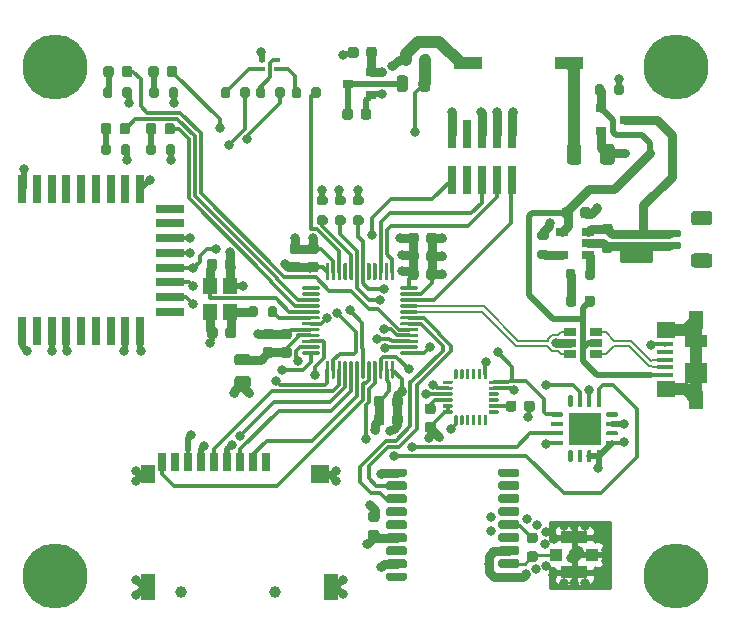
<source format=gtl>
G04 #@! TF.GenerationSoftware,KiCad,Pcbnew,(5.1.10)-1*
G04 #@! TF.CreationDate,2021-10-27T16:42:24-05:00*
G04 #@! TF.ProjectId,Board,426f6172-642e-46b6-9963-61645f706362,rev?*
G04 #@! TF.SameCoordinates,PX88abcb0PY37c5580*
G04 #@! TF.FileFunction,Copper,L1,Top*
G04 #@! TF.FilePolarity,Positive*
%FSLAX46Y46*%
G04 Gerber Fmt 4.6, Leading zero omitted, Abs format (unit mm)*
G04 Created by KiCad (PCBNEW (5.1.10)-1) date 2021-10-27 16:42:24*
%MOMM*%
%LPD*%
G01*
G04 APERTURE LIST*
G04 #@! TA.AperFunction,SMDPad,CuDef*
%ADD10R,0.750000X2.400000*%
G04 #@! TD*
G04 #@! TA.AperFunction,SMDPad,CuDef*
%ADD11R,2.400000X0.750000*%
G04 #@! TD*
G04 #@! TA.AperFunction,SMDPad,CuDef*
%ADD12R,0.700000X1.600000*%
G04 #@! TD*
G04 #@! TA.AperFunction,SMDPad,CuDef*
%ADD13R,1.200000X1.500000*%
G04 #@! TD*
G04 #@! TA.AperFunction,SMDPad,CuDef*
%ADD14R,1.200000X2.200000*%
G04 #@! TD*
G04 #@! TA.AperFunction,SMDPad,CuDef*
%ADD15R,1.600000X1.500000*%
G04 #@! TD*
G04 #@! TA.AperFunction,ComponentPad*
%ADD16C,1.000000*%
G04 #@! TD*
G04 #@! TA.AperFunction,SMDPad,CuDef*
%ADD17R,2.440000X1.120000*%
G04 #@! TD*
G04 #@! TA.AperFunction,SMDPad,CuDef*
%ADD18R,0.740000X2.400000*%
G04 #@! TD*
G04 #@! TA.AperFunction,ComponentPad*
%ADD19C,5.500000*%
G04 #@! TD*
G04 #@! TA.AperFunction,SMDPad,CuDef*
%ADD20R,0.600000X0.450000*%
G04 #@! TD*
G04 #@! TA.AperFunction,SMDPad,CuDef*
%ADD21R,0.500000X0.400000*%
G04 #@! TD*
G04 #@! TA.AperFunction,SMDPad,CuDef*
%ADD22R,1.200000X1.400000*%
G04 #@! TD*
G04 #@! TA.AperFunction,SMDPad,CuDef*
%ADD23R,1.900000X1.000000*%
G04 #@! TD*
G04 #@! TA.AperFunction,SMDPad,CuDef*
%ADD24R,1.900000X1.800000*%
G04 #@! TD*
G04 #@! TA.AperFunction,SMDPad,CuDef*
%ADD25R,1.300000X1.650000*%
G04 #@! TD*
G04 #@! TA.AperFunction,SMDPad,CuDef*
%ADD26R,1.550000X1.425000*%
G04 #@! TD*
G04 #@! TA.AperFunction,SMDPad,CuDef*
%ADD27R,1.380000X0.450000*%
G04 #@! TD*
G04 #@! TA.AperFunction,SMDPad,CuDef*
%ADD28R,1.000000X1.000000*%
G04 #@! TD*
G04 #@! TA.AperFunction,SMDPad,CuDef*
%ADD29R,2.200000X1.050000*%
G04 #@! TD*
G04 #@! TA.AperFunction,SMDPad,CuDef*
%ADD30R,0.900000X0.800000*%
G04 #@! TD*
G04 #@! TA.AperFunction,SMDPad,CuDef*
%ADD31R,1.060000X0.650000*%
G04 #@! TD*
G04 #@! TA.AperFunction,SMDPad,CuDef*
%ADD32R,2.700000X2.700000*%
G04 #@! TD*
G04 #@! TA.AperFunction,ViaPad*
%ADD33C,0.800000*%
G04 #@! TD*
G04 #@! TA.AperFunction,Conductor*
%ADD34C,0.300000*%
G04 #@! TD*
G04 #@! TA.AperFunction,Conductor*
%ADD35C,0.750000*%
G04 #@! TD*
G04 #@! TA.AperFunction,Conductor*
%ADD36C,0.500000*%
G04 #@! TD*
G04 #@! TA.AperFunction,Conductor*
%ADD37C,0.250000*%
G04 #@! TD*
G04 #@! TA.AperFunction,Conductor*
%ADD38C,1.000000*%
G04 #@! TD*
G04 #@! TA.AperFunction,Conductor*
%ADD39C,0.200000*%
G04 #@! TD*
G04 #@! TA.AperFunction,Conductor*
%ADD40C,0.293370*%
G04 #@! TD*
G04 #@! TA.AperFunction,Conductor*
%ADD41C,0.254000*%
G04 #@! TD*
G04 #@! TA.AperFunction,Conductor*
%ADD42C,0.100000*%
G04 #@! TD*
G04 APERTURE END LIST*
D10*
X-24449000Y-12197000D03*
X-23199000Y-12197000D03*
X-21949000Y-12197000D03*
X-20699000Y-12197000D03*
X-19449000Y-12197000D03*
X-18199000Y-12197000D03*
X-16949000Y-12197000D03*
X-15699000Y-12197000D03*
X-14449000Y-24197000D03*
X-15699000Y-24197000D03*
X-16949000Y-24197000D03*
X-18199000Y-24197000D03*
X-19449000Y-24197000D03*
X-20699000Y-24197000D03*
X-21949000Y-24197000D03*
X-23199000Y-24197000D03*
D11*
X-11899000Y-13822000D03*
X-11899000Y-15072000D03*
X-11899000Y-16322000D03*
X-11899000Y-17572000D03*
X-11899000Y-18822000D03*
X-11899000Y-20072000D03*
X-11899000Y-21322000D03*
D10*
X-14449000Y-12197000D03*
D11*
X-11899000Y-22572000D03*
D10*
X-24449000Y-24197000D03*
D12*
X-3800000Y-35250000D03*
X-4900000Y-35250000D03*
X-6000000Y-35250000D03*
X-7100000Y-35250000D03*
X-8200000Y-35250000D03*
X-9300000Y-35250000D03*
X-10400000Y-35250000D03*
X-11500000Y-35250000D03*
D13*
X-13800000Y-36250000D03*
D14*
X-13800000Y-45850000D03*
X1700000Y-45850000D03*
D15*
X800000Y-36250000D03*
D16*
X-11000000Y-46250000D03*
X-3000000Y-46250000D03*
D12*
X-12600000Y-35250000D03*
D17*
X21895000Y-1520000D03*
X13285000Y-1520000D03*
D18*
X17030000Y-7470000D03*
X17030000Y-11370000D03*
X15760000Y-7470000D03*
X15760000Y-11370000D03*
X14490000Y-7470000D03*
X14490000Y-11370000D03*
X13220000Y-7470000D03*
X13220000Y-11370000D03*
X11950000Y-7470000D03*
X11950000Y-11370000D03*
G04 #@! TA.AperFunction,SMDPad,CuDef*
G36*
G01*
X1265500Y-19808000D02*
X1265500Y-18483000D01*
G75*
G02*
X1340500Y-18408000I75000J0D01*
G01*
X1490500Y-18408000D01*
G75*
G02*
X1565500Y-18483000I0J-75000D01*
G01*
X1565500Y-19808000D01*
G75*
G02*
X1490500Y-19883000I-75000J0D01*
G01*
X1340500Y-19883000D01*
G75*
G02*
X1265500Y-19808000I0J75000D01*
G01*
G37*
G04 #@! TD.AperFunction*
G04 #@! TA.AperFunction,SMDPad,CuDef*
G36*
G01*
X1765500Y-19808000D02*
X1765500Y-18483000D01*
G75*
G02*
X1840500Y-18408000I75000J0D01*
G01*
X1990500Y-18408000D01*
G75*
G02*
X2065500Y-18483000I0J-75000D01*
G01*
X2065500Y-19808000D01*
G75*
G02*
X1990500Y-19883000I-75000J0D01*
G01*
X1840500Y-19883000D01*
G75*
G02*
X1765500Y-19808000I0J75000D01*
G01*
G37*
G04 #@! TD.AperFunction*
G04 #@! TA.AperFunction,SMDPad,CuDef*
G36*
G01*
X2265500Y-19808000D02*
X2265500Y-18483000D01*
G75*
G02*
X2340500Y-18408000I75000J0D01*
G01*
X2490500Y-18408000D01*
G75*
G02*
X2565500Y-18483000I0J-75000D01*
G01*
X2565500Y-19808000D01*
G75*
G02*
X2490500Y-19883000I-75000J0D01*
G01*
X2340500Y-19883000D01*
G75*
G02*
X2265500Y-19808000I0J75000D01*
G01*
G37*
G04 #@! TD.AperFunction*
G04 #@! TA.AperFunction,SMDPad,CuDef*
G36*
G01*
X2765500Y-19808000D02*
X2765500Y-18483000D01*
G75*
G02*
X2840500Y-18408000I75000J0D01*
G01*
X2990500Y-18408000D01*
G75*
G02*
X3065500Y-18483000I0J-75000D01*
G01*
X3065500Y-19808000D01*
G75*
G02*
X2990500Y-19883000I-75000J0D01*
G01*
X2840500Y-19883000D01*
G75*
G02*
X2765500Y-19808000I0J75000D01*
G01*
G37*
G04 #@! TD.AperFunction*
G04 #@! TA.AperFunction,SMDPad,CuDef*
G36*
G01*
X3265500Y-19808000D02*
X3265500Y-18483000D01*
G75*
G02*
X3340500Y-18408000I75000J0D01*
G01*
X3490500Y-18408000D01*
G75*
G02*
X3565500Y-18483000I0J-75000D01*
G01*
X3565500Y-19808000D01*
G75*
G02*
X3490500Y-19883000I-75000J0D01*
G01*
X3340500Y-19883000D01*
G75*
G02*
X3265500Y-19808000I0J75000D01*
G01*
G37*
G04 #@! TD.AperFunction*
G04 #@! TA.AperFunction,SMDPad,CuDef*
G36*
G01*
X3765500Y-19808000D02*
X3765500Y-18483000D01*
G75*
G02*
X3840500Y-18408000I75000J0D01*
G01*
X3990500Y-18408000D01*
G75*
G02*
X4065500Y-18483000I0J-75000D01*
G01*
X4065500Y-19808000D01*
G75*
G02*
X3990500Y-19883000I-75000J0D01*
G01*
X3840500Y-19883000D01*
G75*
G02*
X3765500Y-19808000I0J75000D01*
G01*
G37*
G04 #@! TD.AperFunction*
G04 #@! TA.AperFunction,SMDPad,CuDef*
G36*
G01*
X4265500Y-19808000D02*
X4265500Y-18483000D01*
G75*
G02*
X4340500Y-18408000I75000J0D01*
G01*
X4490500Y-18408000D01*
G75*
G02*
X4565500Y-18483000I0J-75000D01*
G01*
X4565500Y-19808000D01*
G75*
G02*
X4490500Y-19883000I-75000J0D01*
G01*
X4340500Y-19883000D01*
G75*
G02*
X4265500Y-19808000I0J75000D01*
G01*
G37*
G04 #@! TD.AperFunction*
G04 #@! TA.AperFunction,SMDPad,CuDef*
G36*
G01*
X4765500Y-19808000D02*
X4765500Y-18483000D01*
G75*
G02*
X4840500Y-18408000I75000J0D01*
G01*
X4990500Y-18408000D01*
G75*
G02*
X5065500Y-18483000I0J-75000D01*
G01*
X5065500Y-19808000D01*
G75*
G02*
X4990500Y-19883000I-75000J0D01*
G01*
X4840500Y-19883000D01*
G75*
G02*
X4765500Y-19808000I0J75000D01*
G01*
G37*
G04 #@! TD.AperFunction*
G04 #@! TA.AperFunction,SMDPad,CuDef*
G36*
G01*
X5265500Y-19808000D02*
X5265500Y-18483000D01*
G75*
G02*
X5340500Y-18408000I75000J0D01*
G01*
X5490500Y-18408000D01*
G75*
G02*
X5565500Y-18483000I0J-75000D01*
G01*
X5565500Y-19808000D01*
G75*
G02*
X5490500Y-19883000I-75000J0D01*
G01*
X5340500Y-19883000D01*
G75*
G02*
X5265500Y-19808000I0J75000D01*
G01*
G37*
G04 #@! TD.AperFunction*
G04 #@! TA.AperFunction,SMDPad,CuDef*
G36*
G01*
X5765500Y-19808000D02*
X5765500Y-18483000D01*
G75*
G02*
X5840500Y-18408000I75000J0D01*
G01*
X5990500Y-18408000D01*
G75*
G02*
X6065500Y-18483000I0J-75000D01*
G01*
X6065500Y-19808000D01*
G75*
G02*
X5990500Y-19883000I-75000J0D01*
G01*
X5840500Y-19883000D01*
G75*
G02*
X5765500Y-19808000I0J75000D01*
G01*
G37*
G04 #@! TD.AperFunction*
G04 #@! TA.AperFunction,SMDPad,CuDef*
G36*
G01*
X6265500Y-19808000D02*
X6265500Y-18483000D01*
G75*
G02*
X6340500Y-18408000I75000J0D01*
G01*
X6490500Y-18408000D01*
G75*
G02*
X6565500Y-18483000I0J-75000D01*
G01*
X6565500Y-19808000D01*
G75*
G02*
X6490500Y-19883000I-75000J0D01*
G01*
X6340500Y-19883000D01*
G75*
G02*
X6265500Y-19808000I0J75000D01*
G01*
G37*
G04 #@! TD.AperFunction*
G04 #@! TA.AperFunction,SMDPad,CuDef*
G36*
G01*
X6765500Y-19808000D02*
X6765500Y-18483000D01*
G75*
G02*
X6840500Y-18408000I75000J0D01*
G01*
X6990500Y-18408000D01*
G75*
G02*
X7065500Y-18483000I0J-75000D01*
G01*
X7065500Y-19808000D01*
G75*
G02*
X6990500Y-19883000I-75000J0D01*
G01*
X6840500Y-19883000D01*
G75*
G02*
X6765500Y-19808000I0J75000D01*
G01*
G37*
G04 #@! TD.AperFunction*
G04 #@! TA.AperFunction,SMDPad,CuDef*
G36*
G01*
X7590500Y-20633000D02*
X7590500Y-20483000D01*
G75*
G02*
X7665500Y-20408000I75000J0D01*
G01*
X8990500Y-20408000D01*
G75*
G02*
X9065500Y-20483000I0J-75000D01*
G01*
X9065500Y-20633000D01*
G75*
G02*
X8990500Y-20708000I-75000J0D01*
G01*
X7665500Y-20708000D01*
G75*
G02*
X7590500Y-20633000I0J75000D01*
G01*
G37*
G04 #@! TD.AperFunction*
G04 #@! TA.AperFunction,SMDPad,CuDef*
G36*
G01*
X7590500Y-21133000D02*
X7590500Y-20983000D01*
G75*
G02*
X7665500Y-20908000I75000J0D01*
G01*
X8990500Y-20908000D01*
G75*
G02*
X9065500Y-20983000I0J-75000D01*
G01*
X9065500Y-21133000D01*
G75*
G02*
X8990500Y-21208000I-75000J0D01*
G01*
X7665500Y-21208000D01*
G75*
G02*
X7590500Y-21133000I0J75000D01*
G01*
G37*
G04 #@! TD.AperFunction*
G04 #@! TA.AperFunction,SMDPad,CuDef*
G36*
G01*
X7590500Y-21633000D02*
X7590500Y-21483000D01*
G75*
G02*
X7665500Y-21408000I75000J0D01*
G01*
X8990500Y-21408000D01*
G75*
G02*
X9065500Y-21483000I0J-75000D01*
G01*
X9065500Y-21633000D01*
G75*
G02*
X8990500Y-21708000I-75000J0D01*
G01*
X7665500Y-21708000D01*
G75*
G02*
X7590500Y-21633000I0J75000D01*
G01*
G37*
G04 #@! TD.AperFunction*
G04 #@! TA.AperFunction,SMDPad,CuDef*
G36*
G01*
X7590500Y-22133000D02*
X7590500Y-21983000D01*
G75*
G02*
X7665500Y-21908000I75000J0D01*
G01*
X8990500Y-21908000D01*
G75*
G02*
X9065500Y-21983000I0J-75000D01*
G01*
X9065500Y-22133000D01*
G75*
G02*
X8990500Y-22208000I-75000J0D01*
G01*
X7665500Y-22208000D01*
G75*
G02*
X7590500Y-22133000I0J75000D01*
G01*
G37*
G04 #@! TD.AperFunction*
G04 #@! TA.AperFunction,SMDPad,CuDef*
G36*
G01*
X7590500Y-22633000D02*
X7590500Y-22483000D01*
G75*
G02*
X7665500Y-22408000I75000J0D01*
G01*
X8990500Y-22408000D01*
G75*
G02*
X9065500Y-22483000I0J-75000D01*
G01*
X9065500Y-22633000D01*
G75*
G02*
X8990500Y-22708000I-75000J0D01*
G01*
X7665500Y-22708000D01*
G75*
G02*
X7590500Y-22633000I0J75000D01*
G01*
G37*
G04 #@! TD.AperFunction*
G04 #@! TA.AperFunction,SMDPad,CuDef*
G36*
G01*
X7590500Y-23133000D02*
X7590500Y-22983000D01*
G75*
G02*
X7665500Y-22908000I75000J0D01*
G01*
X8990500Y-22908000D01*
G75*
G02*
X9065500Y-22983000I0J-75000D01*
G01*
X9065500Y-23133000D01*
G75*
G02*
X8990500Y-23208000I-75000J0D01*
G01*
X7665500Y-23208000D01*
G75*
G02*
X7590500Y-23133000I0J75000D01*
G01*
G37*
G04 #@! TD.AperFunction*
G04 #@! TA.AperFunction,SMDPad,CuDef*
G36*
G01*
X7590500Y-23633000D02*
X7590500Y-23483000D01*
G75*
G02*
X7665500Y-23408000I75000J0D01*
G01*
X8990500Y-23408000D01*
G75*
G02*
X9065500Y-23483000I0J-75000D01*
G01*
X9065500Y-23633000D01*
G75*
G02*
X8990500Y-23708000I-75000J0D01*
G01*
X7665500Y-23708000D01*
G75*
G02*
X7590500Y-23633000I0J75000D01*
G01*
G37*
G04 #@! TD.AperFunction*
G04 #@! TA.AperFunction,SMDPad,CuDef*
G36*
G01*
X7590500Y-24133000D02*
X7590500Y-23983000D01*
G75*
G02*
X7665500Y-23908000I75000J0D01*
G01*
X8990500Y-23908000D01*
G75*
G02*
X9065500Y-23983000I0J-75000D01*
G01*
X9065500Y-24133000D01*
G75*
G02*
X8990500Y-24208000I-75000J0D01*
G01*
X7665500Y-24208000D01*
G75*
G02*
X7590500Y-24133000I0J75000D01*
G01*
G37*
G04 #@! TD.AperFunction*
G04 #@! TA.AperFunction,SMDPad,CuDef*
G36*
G01*
X7590500Y-24633000D02*
X7590500Y-24483000D01*
G75*
G02*
X7665500Y-24408000I75000J0D01*
G01*
X8990500Y-24408000D01*
G75*
G02*
X9065500Y-24483000I0J-75000D01*
G01*
X9065500Y-24633000D01*
G75*
G02*
X8990500Y-24708000I-75000J0D01*
G01*
X7665500Y-24708000D01*
G75*
G02*
X7590500Y-24633000I0J75000D01*
G01*
G37*
G04 #@! TD.AperFunction*
G04 #@! TA.AperFunction,SMDPad,CuDef*
G36*
G01*
X7590500Y-25133000D02*
X7590500Y-24983000D01*
G75*
G02*
X7665500Y-24908000I75000J0D01*
G01*
X8990500Y-24908000D01*
G75*
G02*
X9065500Y-24983000I0J-75000D01*
G01*
X9065500Y-25133000D01*
G75*
G02*
X8990500Y-25208000I-75000J0D01*
G01*
X7665500Y-25208000D01*
G75*
G02*
X7590500Y-25133000I0J75000D01*
G01*
G37*
G04 #@! TD.AperFunction*
G04 #@! TA.AperFunction,SMDPad,CuDef*
G36*
G01*
X7590500Y-25633000D02*
X7590500Y-25483000D01*
G75*
G02*
X7665500Y-25408000I75000J0D01*
G01*
X8990500Y-25408000D01*
G75*
G02*
X9065500Y-25483000I0J-75000D01*
G01*
X9065500Y-25633000D01*
G75*
G02*
X8990500Y-25708000I-75000J0D01*
G01*
X7665500Y-25708000D01*
G75*
G02*
X7590500Y-25633000I0J75000D01*
G01*
G37*
G04 #@! TD.AperFunction*
G04 #@! TA.AperFunction,SMDPad,CuDef*
G36*
G01*
X7590500Y-26133000D02*
X7590500Y-25983000D01*
G75*
G02*
X7665500Y-25908000I75000J0D01*
G01*
X8990500Y-25908000D01*
G75*
G02*
X9065500Y-25983000I0J-75000D01*
G01*
X9065500Y-26133000D01*
G75*
G02*
X8990500Y-26208000I-75000J0D01*
G01*
X7665500Y-26208000D01*
G75*
G02*
X7590500Y-26133000I0J75000D01*
G01*
G37*
G04 #@! TD.AperFunction*
G04 #@! TA.AperFunction,SMDPad,CuDef*
G36*
G01*
X6765500Y-28133000D02*
X6765500Y-26808000D01*
G75*
G02*
X6840500Y-26733000I75000J0D01*
G01*
X6990500Y-26733000D01*
G75*
G02*
X7065500Y-26808000I0J-75000D01*
G01*
X7065500Y-28133000D01*
G75*
G02*
X6990500Y-28208000I-75000J0D01*
G01*
X6840500Y-28208000D01*
G75*
G02*
X6765500Y-28133000I0J75000D01*
G01*
G37*
G04 #@! TD.AperFunction*
G04 #@! TA.AperFunction,SMDPad,CuDef*
G36*
G01*
X6265500Y-28133000D02*
X6265500Y-26808000D01*
G75*
G02*
X6340500Y-26733000I75000J0D01*
G01*
X6490500Y-26733000D01*
G75*
G02*
X6565500Y-26808000I0J-75000D01*
G01*
X6565500Y-28133000D01*
G75*
G02*
X6490500Y-28208000I-75000J0D01*
G01*
X6340500Y-28208000D01*
G75*
G02*
X6265500Y-28133000I0J75000D01*
G01*
G37*
G04 #@! TD.AperFunction*
G04 #@! TA.AperFunction,SMDPad,CuDef*
G36*
G01*
X5765500Y-28133000D02*
X5765500Y-26808000D01*
G75*
G02*
X5840500Y-26733000I75000J0D01*
G01*
X5990500Y-26733000D01*
G75*
G02*
X6065500Y-26808000I0J-75000D01*
G01*
X6065500Y-28133000D01*
G75*
G02*
X5990500Y-28208000I-75000J0D01*
G01*
X5840500Y-28208000D01*
G75*
G02*
X5765500Y-28133000I0J75000D01*
G01*
G37*
G04 #@! TD.AperFunction*
G04 #@! TA.AperFunction,SMDPad,CuDef*
G36*
G01*
X5265500Y-28133000D02*
X5265500Y-26808000D01*
G75*
G02*
X5340500Y-26733000I75000J0D01*
G01*
X5490500Y-26733000D01*
G75*
G02*
X5565500Y-26808000I0J-75000D01*
G01*
X5565500Y-28133000D01*
G75*
G02*
X5490500Y-28208000I-75000J0D01*
G01*
X5340500Y-28208000D01*
G75*
G02*
X5265500Y-28133000I0J75000D01*
G01*
G37*
G04 #@! TD.AperFunction*
G04 #@! TA.AperFunction,SMDPad,CuDef*
G36*
G01*
X4765500Y-28133000D02*
X4765500Y-26808000D01*
G75*
G02*
X4840500Y-26733000I75000J0D01*
G01*
X4990500Y-26733000D01*
G75*
G02*
X5065500Y-26808000I0J-75000D01*
G01*
X5065500Y-28133000D01*
G75*
G02*
X4990500Y-28208000I-75000J0D01*
G01*
X4840500Y-28208000D01*
G75*
G02*
X4765500Y-28133000I0J75000D01*
G01*
G37*
G04 #@! TD.AperFunction*
G04 #@! TA.AperFunction,SMDPad,CuDef*
G36*
G01*
X4265500Y-28133000D02*
X4265500Y-26808000D01*
G75*
G02*
X4340500Y-26733000I75000J0D01*
G01*
X4490500Y-26733000D01*
G75*
G02*
X4565500Y-26808000I0J-75000D01*
G01*
X4565500Y-28133000D01*
G75*
G02*
X4490500Y-28208000I-75000J0D01*
G01*
X4340500Y-28208000D01*
G75*
G02*
X4265500Y-28133000I0J75000D01*
G01*
G37*
G04 #@! TD.AperFunction*
G04 #@! TA.AperFunction,SMDPad,CuDef*
G36*
G01*
X3765500Y-28133000D02*
X3765500Y-26808000D01*
G75*
G02*
X3840500Y-26733000I75000J0D01*
G01*
X3990500Y-26733000D01*
G75*
G02*
X4065500Y-26808000I0J-75000D01*
G01*
X4065500Y-28133000D01*
G75*
G02*
X3990500Y-28208000I-75000J0D01*
G01*
X3840500Y-28208000D01*
G75*
G02*
X3765500Y-28133000I0J75000D01*
G01*
G37*
G04 #@! TD.AperFunction*
G04 #@! TA.AperFunction,SMDPad,CuDef*
G36*
G01*
X3265500Y-28133000D02*
X3265500Y-26808000D01*
G75*
G02*
X3340500Y-26733000I75000J0D01*
G01*
X3490500Y-26733000D01*
G75*
G02*
X3565500Y-26808000I0J-75000D01*
G01*
X3565500Y-28133000D01*
G75*
G02*
X3490500Y-28208000I-75000J0D01*
G01*
X3340500Y-28208000D01*
G75*
G02*
X3265500Y-28133000I0J75000D01*
G01*
G37*
G04 #@! TD.AperFunction*
G04 #@! TA.AperFunction,SMDPad,CuDef*
G36*
G01*
X2765500Y-28133000D02*
X2765500Y-26808000D01*
G75*
G02*
X2840500Y-26733000I75000J0D01*
G01*
X2990500Y-26733000D01*
G75*
G02*
X3065500Y-26808000I0J-75000D01*
G01*
X3065500Y-28133000D01*
G75*
G02*
X2990500Y-28208000I-75000J0D01*
G01*
X2840500Y-28208000D01*
G75*
G02*
X2765500Y-28133000I0J75000D01*
G01*
G37*
G04 #@! TD.AperFunction*
G04 #@! TA.AperFunction,SMDPad,CuDef*
G36*
G01*
X2265500Y-28133000D02*
X2265500Y-26808000D01*
G75*
G02*
X2340500Y-26733000I75000J0D01*
G01*
X2490500Y-26733000D01*
G75*
G02*
X2565500Y-26808000I0J-75000D01*
G01*
X2565500Y-28133000D01*
G75*
G02*
X2490500Y-28208000I-75000J0D01*
G01*
X2340500Y-28208000D01*
G75*
G02*
X2265500Y-28133000I0J75000D01*
G01*
G37*
G04 #@! TD.AperFunction*
G04 #@! TA.AperFunction,SMDPad,CuDef*
G36*
G01*
X1765500Y-28133000D02*
X1765500Y-26808000D01*
G75*
G02*
X1840500Y-26733000I75000J0D01*
G01*
X1990500Y-26733000D01*
G75*
G02*
X2065500Y-26808000I0J-75000D01*
G01*
X2065500Y-28133000D01*
G75*
G02*
X1990500Y-28208000I-75000J0D01*
G01*
X1840500Y-28208000D01*
G75*
G02*
X1765500Y-28133000I0J75000D01*
G01*
G37*
G04 #@! TD.AperFunction*
G04 #@! TA.AperFunction,SMDPad,CuDef*
G36*
G01*
X1265500Y-28133000D02*
X1265500Y-26808000D01*
G75*
G02*
X1340500Y-26733000I75000J0D01*
G01*
X1490500Y-26733000D01*
G75*
G02*
X1565500Y-26808000I0J-75000D01*
G01*
X1565500Y-28133000D01*
G75*
G02*
X1490500Y-28208000I-75000J0D01*
G01*
X1340500Y-28208000D01*
G75*
G02*
X1265500Y-28133000I0J75000D01*
G01*
G37*
G04 #@! TD.AperFunction*
G04 #@! TA.AperFunction,SMDPad,CuDef*
G36*
G01*
X-734500Y-26133000D02*
X-734500Y-25983000D01*
G75*
G02*
X-659500Y-25908000I75000J0D01*
G01*
X665500Y-25908000D01*
G75*
G02*
X740500Y-25983000I0J-75000D01*
G01*
X740500Y-26133000D01*
G75*
G02*
X665500Y-26208000I-75000J0D01*
G01*
X-659500Y-26208000D01*
G75*
G02*
X-734500Y-26133000I0J75000D01*
G01*
G37*
G04 #@! TD.AperFunction*
G04 #@! TA.AperFunction,SMDPad,CuDef*
G36*
G01*
X-734500Y-25633000D02*
X-734500Y-25483000D01*
G75*
G02*
X-659500Y-25408000I75000J0D01*
G01*
X665500Y-25408000D01*
G75*
G02*
X740500Y-25483000I0J-75000D01*
G01*
X740500Y-25633000D01*
G75*
G02*
X665500Y-25708000I-75000J0D01*
G01*
X-659500Y-25708000D01*
G75*
G02*
X-734500Y-25633000I0J75000D01*
G01*
G37*
G04 #@! TD.AperFunction*
G04 #@! TA.AperFunction,SMDPad,CuDef*
G36*
G01*
X-734500Y-25133000D02*
X-734500Y-24983000D01*
G75*
G02*
X-659500Y-24908000I75000J0D01*
G01*
X665500Y-24908000D01*
G75*
G02*
X740500Y-24983000I0J-75000D01*
G01*
X740500Y-25133000D01*
G75*
G02*
X665500Y-25208000I-75000J0D01*
G01*
X-659500Y-25208000D01*
G75*
G02*
X-734500Y-25133000I0J75000D01*
G01*
G37*
G04 #@! TD.AperFunction*
G04 #@! TA.AperFunction,SMDPad,CuDef*
G36*
G01*
X-734500Y-24633000D02*
X-734500Y-24483000D01*
G75*
G02*
X-659500Y-24408000I75000J0D01*
G01*
X665500Y-24408000D01*
G75*
G02*
X740500Y-24483000I0J-75000D01*
G01*
X740500Y-24633000D01*
G75*
G02*
X665500Y-24708000I-75000J0D01*
G01*
X-659500Y-24708000D01*
G75*
G02*
X-734500Y-24633000I0J75000D01*
G01*
G37*
G04 #@! TD.AperFunction*
G04 #@! TA.AperFunction,SMDPad,CuDef*
G36*
G01*
X-734500Y-24133000D02*
X-734500Y-23983000D01*
G75*
G02*
X-659500Y-23908000I75000J0D01*
G01*
X665500Y-23908000D01*
G75*
G02*
X740500Y-23983000I0J-75000D01*
G01*
X740500Y-24133000D01*
G75*
G02*
X665500Y-24208000I-75000J0D01*
G01*
X-659500Y-24208000D01*
G75*
G02*
X-734500Y-24133000I0J75000D01*
G01*
G37*
G04 #@! TD.AperFunction*
G04 #@! TA.AperFunction,SMDPad,CuDef*
G36*
G01*
X-734500Y-23633000D02*
X-734500Y-23483000D01*
G75*
G02*
X-659500Y-23408000I75000J0D01*
G01*
X665500Y-23408000D01*
G75*
G02*
X740500Y-23483000I0J-75000D01*
G01*
X740500Y-23633000D01*
G75*
G02*
X665500Y-23708000I-75000J0D01*
G01*
X-659500Y-23708000D01*
G75*
G02*
X-734500Y-23633000I0J75000D01*
G01*
G37*
G04 #@! TD.AperFunction*
G04 #@! TA.AperFunction,SMDPad,CuDef*
G36*
G01*
X-734500Y-23133000D02*
X-734500Y-22983000D01*
G75*
G02*
X-659500Y-22908000I75000J0D01*
G01*
X665500Y-22908000D01*
G75*
G02*
X740500Y-22983000I0J-75000D01*
G01*
X740500Y-23133000D01*
G75*
G02*
X665500Y-23208000I-75000J0D01*
G01*
X-659500Y-23208000D01*
G75*
G02*
X-734500Y-23133000I0J75000D01*
G01*
G37*
G04 #@! TD.AperFunction*
G04 #@! TA.AperFunction,SMDPad,CuDef*
G36*
G01*
X-734500Y-22633000D02*
X-734500Y-22483000D01*
G75*
G02*
X-659500Y-22408000I75000J0D01*
G01*
X665500Y-22408000D01*
G75*
G02*
X740500Y-22483000I0J-75000D01*
G01*
X740500Y-22633000D01*
G75*
G02*
X665500Y-22708000I-75000J0D01*
G01*
X-659500Y-22708000D01*
G75*
G02*
X-734500Y-22633000I0J75000D01*
G01*
G37*
G04 #@! TD.AperFunction*
G04 #@! TA.AperFunction,SMDPad,CuDef*
G36*
G01*
X-734500Y-22133000D02*
X-734500Y-21983000D01*
G75*
G02*
X-659500Y-21908000I75000J0D01*
G01*
X665500Y-21908000D01*
G75*
G02*
X740500Y-21983000I0J-75000D01*
G01*
X740500Y-22133000D01*
G75*
G02*
X665500Y-22208000I-75000J0D01*
G01*
X-659500Y-22208000D01*
G75*
G02*
X-734500Y-22133000I0J75000D01*
G01*
G37*
G04 #@! TD.AperFunction*
G04 #@! TA.AperFunction,SMDPad,CuDef*
G36*
G01*
X-734500Y-21633000D02*
X-734500Y-21483000D01*
G75*
G02*
X-659500Y-21408000I75000J0D01*
G01*
X665500Y-21408000D01*
G75*
G02*
X740500Y-21483000I0J-75000D01*
G01*
X740500Y-21633000D01*
G75*
G02*
X665500Y-21708000I-75000J0D01*
G01*
X-659500Y-21708000D01*
G75*
G02*
X-734500Y-21633000I0J75000D01*
G01*
G37*
G04 #@! TD.AperFunction*
G04 #@! TA.AperFunction,SMDPad,CuDef*
G36*
G01*
X-734500Y-21133000D02*
X-734500Y-20983000D01*
G75*
G02*
X-659500Y-20908000I75000J0D01*
G01*
X665500Y-20908000D01*
G75*
G02*
X740500Y-20983000I0J-75000D01*
G01*
X740500Y-21133000D01*
G75*
G02*
X665500Y-21208000I-75000J0D01*
G01*
X-659500Y-21208000D01*
G75*
G02*
X-734500Y-21133000I0J75000D01*
G01*
G37*
G04 #@! TD.AperFunction*
G04 #@! TA.AperFunction,SMDPad,CuDef*
G36*
G01*
X-734500Y-20633000D02*
X-734500Y-20483000D01*
G75*
G02*
X-659500Y-20408000I75000J0D01*
G01*
X665500Y-20408000D01*
G75*
G02*
X740500Y-20483000I0J-75000D01*
G01*
X740500Y-20633000D01*
G75*
G02*
X665500Y-20708000I-75000J0D01*
G01*
X-659500Y-20708000D01*
G75*
G02*
X-734500Y-20633000I0J75000D01*
G01*
G37*
G04 #@! TD.AperFunction*
D19*
X-21644000Y-1845000D03*
X30934000Y-1845000D03*
X30934000Y-44898000D03*
X-21644000Y-44898000D03*
G04 #@! TA.AperFunction,SMDPad,CuDef*
G36*
G01*
X21260000Y-14420000D02*
X21260000Y-13920000D01*
G75*
G02*
X21485000Y-13695000I225000J0D01*
G01*
X21935000Y-13695000D01*
G75*
G02*
X22160000Y-13920000I0J-225000D01*
G01*
X22160000Y-14420000D01*
G75*
G02*
X21935000Y-14645000I-225000J0D01*
G01*
X21485000Y-14645000D01*
G75*
G02*
X21260000Y-14420000I0J225000D01*
G01*
G37*
G04 #@! TD.AperFunction*
G04 #@! TA.AperFunction,SMDPad,CuDef*
G36*
G01*
X22810000Y-14420000D02*
X22810000Y-13920000D01*
G75*
G02*
X23035000Y-13695000I225000J0D01*
G01*
X23485000Y-13695000D01*
G75*
G02*
X23710000Y-13920000I0J-225000D01*
G01*
X23710000Y-14420000D01*
G75*
G02*
X23485000Y-14645000I-225000J0D01*
G01*
X23035000Y-14645000D01*
G75*
G02*
X22810000Y-14420000I0J225000D01*
G01*
G37*
G04 #@! TD.AperFunction*
G04 #@! TA.AperFunction,SMDPad,CuDef*
G36*
G01*
X24842000Y-16661000D02*
X25342000Y-16661000D01*
G75*
G02*
X25567000Y-16886000I0J-225000D01*
G01*
X25567000Y-17336000D01*
G75*
G02*
X25342000Y-17561000I-225000J0D01*
G01*
X24842000Y-17561000D01*
G75*
G02*
X24617000Y-17336000I0J225000D01*
G01*
X24617000Y-16886000D01*
G75*
G02*
X24842000Y-16661000I225000J0D01*
G01*
G37*
G04 #@! TD.AperFunction*
G04 #@! TA.AperFunction,SMDPad,CuDef*
G36*
G01*
X24842000Y-15111000D02*
X25342000Y-15111000D01*
G75*
G02*
X25567000Y-15336000I0J-225000D01*
G01*
X25567000Y-15786000D01*
G75*
G02*
X25342000Y-16011000I-225000J0D01*
G01*
X24842000Y-16011000D01*
G75*
G02*
X24617000Y-15786000I0J225000D01*
G01*
X24617000Y-15336000D01*
G75*
G02*
X24842000Y-15111000I225000J0D01*
G01*
G37*
G04 #@! TD.AperFunction*
G04 #@! TA.AperFunction,SMDPad,CuDef*
G36*
G01*
X4215000Y-6070000D02*
X4215000Y-5570000D01*
G75*
G02*
X4440000Y-5345000I225000J0D01*
G01*
X4890000Y-5345000D01*
G75*
G02*
X5115000Y-5570000I0J-225000D01*
G01*
X5115000Y-6070000D01*
G75*
G02*
X4890000Y-6295000I-225000J0D01*
G01*
X4440000Y-6295000D01*
G75*
G02*
X4215000Y-6070000I0J225000D01*
G01*
G37*
G04 #@! TD.AperFunction*
G04 #@! TA.AperFunction,SMDPad,CuDef*
G36*
G01*
X2665000Y-6070000D02*
X2665000Y-5570000D01*
G75*
G02*
X2890000Y-5345000I225000J0D01*
G01*
X3340000Y-5345000D01*
G75*
G02*
X3565000Y-5570000I0J-225000D01*
G01*
X3565000Y-6070000D01*
G75*
G02*
X3340000Y-6295000I-225000J0D01*
G01*
X2890000Y-6295000D01*
G75*
G02*
X2665000Y-6070000I0J225000D01*
G01*
G37*
G04 #@! TD.AperFunction*
G04 #@! TA.AperFunction,SMDPad,CuDef*
G36*
G01*
X5594000Y-352000D02*
X5594000Y-852000D01*
G75*
G02*
X5369000Y-1077000I-225000J0D01*
G01*
X4919000Y-1077000D01*
G75*
G02*
X4694000Y-852000I0J225000D01*
G01*
X4694000Y-352000D01*
G75*
G02*
X4919000Y-127000I225000J0D01*
G01*
X5369000Y-127000D01*
G75*
G02*
X5594000Y-352000I0J-225000D01*
G01*
G37*
G04 #@! TD.AperFunction*
G04 #@! TA.AperFunction,SMDPad,CuDef*
G36*
G01*
X4044000Y-352000D02*
X4044000Y-852000D01*
G75*
G02*
X3819000Y-1077000I-225000J0D01*
G01*
X3369000Y-1077000D01*
G75*
G02*
X3144000Y-852000I0J225000D01*
G01*
X3144000Y-352000D01*
G75*
G02*
X3369000Y-127000I225000J0D01*
G01*
X3819000Y-127000D01*
G75*
G02*
X4044000Y-352000I0J-225000D01*
G01*
G37*
G04 #@! TD.AperFunction*
G04 #@! TA.AperFunction,SMDPad,CuDef*
G36*
G01*
X8233000Y-16573000D02*
X8233000Y-16073000D01*
G75*
G02*
X8458000Y-15848000I225000J0D01*
G01*
X8908000Y-15848000D01*
G75*
G02*
X9133000Y-16073000I0J-225000D01*
G01*
X9133000Y-16573000D01*
G75*
G02*
X8908000Y-16798000I-225000J0D01*
G01*
X8458000Y-16798000D01*
G75*
G02*
X8233000Y-16573000I0J225000D01*
G01*
G37*
G04 #@! TD.AperFunction*
G04 #@! TA.AperFunction,SMDPad,CuDef*
G36*
G01*
X9783000Y-16573000D02*
X9783000Y-16073000D01*
G75*
G02*
X10008000Y-15848000I225000J0D01*
G01*
X10458000Y-15848000D01*
G75*
G02*
X10683000Y-16073000I0J-225000D01*
G01*
X10683000Y-16573000D01*
G75*
G02*
X10458000Y-16798000I-225000J0D01*
G01*
X10008000Y-16798000D01*
G75*
G02*
X9783000Y-16573000I0J225000D01*
G01*
G37*
G04 #@! TD.AperFunction*
G04 #@! TA.AperFunction,SMDPad,CuDef*
G36*
G01*
X-7275000Y-18810000D02*
X-7275000Y-18310000D01*
G75*
G02*
X-7050000Y-18085000I225000J0D01*
G01*
X-6600000Y-18085000D01*
G75*
G02*
X-6375000Y-18310000I0J-225000D01*
G01*
X-6375000Y-18810000D01*
G75*
G02*
X-6600000Y-19035000I-225000J0D01*
G01*
X-7050000Y-19035000D01*
G75*
G02*
X-7275000Y-18810000I0J225000D01*
G01*
G37*
G04 #@! TD.AperFunction*
G04 #@! TA.AperFunction,SMDPad,CuDef*
G36*
G01*
X-8825000Y-18810000D02*
X-8825000Y-18310000D01*
G75*
G02*
X-8600000Y-18085000I225000J0D01*
G01*
X-8150000Y-18085000D01*
G75*
G02*
X-7925000Y-18310000I0J-225000D01*
G01*
X-7925000Y-18810000D01*
G75*
G02*
X-8150000Y-19035000I-225000J0D01*
G01*
X-8600000Y-19035000D01*
G75*
G02*
X-8825000Y-18810000I0J225000D01*
G01*
G37*
G04 #@! TD.AperFunction*
G04 #@! TA.AperFunction,SMDPad,CuDef*
G36*
G01*
X8233000Y-19621000D02*
X8233000Y-19121000D01*
G75*
G02*
X8458000Y-18896000I225000J0D01*
G01*
X8908000Y-18896000D01*
G75*
G02*
X9133000Y-19121000I0J-225000D01*
G01*
X9133000Y-19621000D01*
G75*
G02*
X8908000Y-19846000I-225000J0D01*
G01*
X8458000Y-19846000D01*
G75*
G02*
X8233000Y-19621000I0J225000D01*
G01*
G37*
G04 #@! TD.AperFunction*
G04 #@! TA.AperFunction,SMDPad,CuDef*
G36*
G01*
X9783000Y-19621000D02*
X9783000Y-19121000D01*
G75*
G02*
X10008000Y-18896000I225000J0D01*
G01*
X10458000Y-18896000D01*
G75*
G02*
X10683000Y-19121000I0J-225000D01*
G01*
X10683000Y-19621000D01*
G75*
G02*
X10458000Y-19846000I-225000J0D01*
G01*
X10008000Y-19846000D01*
G75*
G02*
X9783000Y-19621000I0J225000D01*
G01*
G37*
G04 #@! TD.AperFunction*
G04 #@! TA.AperFunction,SMDPad,CuDef*
G36*
G01*
X-6335000Y-24074000D02*
X-6335000Y-24574000D01*
G75*
G02*
X-6560000Y-24799000I-225000J0D01*
G01*
X-7010000Y-24799000D01*
G75*
G02*
X-7235000Y-24574000I0J225000D01*
G01*
X-7235000Y-24074000D01*
G75*
G02*
X-7010000Y-23849000I225000J0D01*
G01*
X-6560000Y-23849000D01*
G75*
G02*
X-6335000Y-24074000I0J-225000D01*
G01*
G37*
G04 #@! TD.AperFunction*
G04 #@! TA.AperFunction,SMDPad,CuDef*
G36*
G01*
X-7885000Y-24074000D02*
X-7885000Y-24574000D01*
G75*
G02*
X-8110000Y-24799000I-225000J0D01*
G01*
X-8560000Y-24799000D01*
G75*
G02*
X-8785000Y-24574000I0J225000D01*
G01*
X-8785000Y-24074000D01*
G75*
G02*
X-8560000Y-23849000I225000J0D01*
G01*
X-8110000Y-23849000D01*
G75*
G02*
X-7885000Y-24074000I0J-225000D01*
G01*
G37*
G04 #@! TD.AperFunction*
G04 #@! TA.AperFunction,SMDPad,CuDef*
G36*
G01*
X9783000Y-18097000D02*
X9783000Y-17597000D01*
G75*
G02*
X10008000Y-17372000I225000J0D01*
G01*
X10458000Y-17372000D01*
G75*
G02*
X10683000Y-17597000I0J-225000D01*
G01*
X10683000Y-18097000D01*
G75*
G02*
X10458000Y-18322000I-225000J0D01*
G01*
X10008000Y-18322000D01*
G75*
G02*
X9783000Y-18097000I0J225000D01*
G01*
G37*
G04 #@! TD.AperFunction*
G04 #@! TA.AperFunction,SMDPad,CuDef*
G36*
G01*
X8233000Y-18097000D02*
X8233000Y-17597000D01*
G75*
G02*
X8458000Y-17372000I225000J0D01*
G01*
X8908000Y-17372000D01*
G75*
G02*
X9133000Y-17597000I0J-225000D01*
G01*
X9133000Y-18097000D01*
G75*
G02*
X8908000Y-18322000I-225000J0D01*
G01*
X8458000Y-18322000D01*
G75*
G02*
X8233000Y-18097000I0J225000D01*
G01*
G37*
G04 #@! TD.AperFunction*
G04 #@! TA.AperFunction,SMDPad,CuDef*
G36*
G01*
X-1074000Y-19212000D02*
X-1574000Y-19212000D01*
G75*
G02*
X-1799000Y-18987000I0J225000D01*
G01*
X-1799000Y-18537000D01*
G75*
G02*
X-1574000Y-18312000I225000J0D01*
G01*
X-1074000Y-18312000D01*
G75*
G02*
X-849000Y-18537000I0J-225000D01*
G01*
X-849000Y-18987000D01*
G75*
G02*
X-1074000Y-19212000I-225000J0D01*
G01*
G37*
G04 #@! TD.AperFunction*
G04 #@! TA.AperFunction,SMDPad,CuDef*
G36*
G01*
X-1074000Y-17662000D02*
X-1574000Y-17662000D01*
G75*
G02*
X-1799000Y-17437000I0J225000D01*
G01*
X-1799000Y-16987000D01*
G75*
G02*
X-1574000Y-16762000I225000J0D01*
G01*
X-1074000Y-16762000D01*
G75*
G02*
X-849000Y-16987000I0J-225000D01*
G01*
X-849000Y-17437000D01*
G75*
G02*
X-1074000Y-17662000I-225000J0D01*
G01*
G37*
G04 #@! TD.AperFunction*
G04 #@! TA.AperFunction,SMDPad,CuDef*
G36*
G01*
X6238000Y-29916000D02*
X6238000Y-30416000D01*
G75*
G02*
X6013000Y-30641000I-225000J0D01*
G01*
X5563000Y-30641000D01*
G75*
G02*
X5338000Y-30416000I0J225000D01*
G01*
X5338000Y-29916000D01*
G75*
G02*
X5563000Y-29691000I225000J0D01*
G01*
X6013000Y-29691000D01*
G75*
G02*
X6238000Y-29916000I0J-225000D01*
G01*
G37*
G04 #@! TD.AperFunction*
G04 #@! TA.AperFunction,SMDPad,CuDef*
G36*
G01*
X7788000Y-29916000D02*
X7788000Y-30416000D01*
G75*
G02*
X7563000Y-30641000I-225000J0D01*
G01*
X7113000Y-30641000D01*
G75*
G02*
X6888000Y-30416000I0J225000D01*
G01*
X6888000Y-29916000D01*
G75*
G02*
X7113000Y-29691000I225000J0D01*
G01*
X7563000Y-29691000D01*
G75*
G02*
X7788000Y-29916000I0J-225000D01*
G01*
G37*
G04 #@! TD.AperFunction*
G04 #@! TA.AperFunction,SMDPad,CuDef*
G36*
G01*
X450000Y-19212000D02*
X-50000Y-19212000D01*
G75*
G02*
X-275000Y-18987000I0J225000D01*
G01*
X-275000Y-18537000D01*
G75*
G02*
X-50000Y-18312000I225000J0D01*
G01*
X450000Y-18312000D01*
G75*
G02*
X675000Y-18537000I0J-225000D01*
G01*
X675000Y-18987000D01*
G75*
G02*
X450000Y-19212000I-225000J0D01*
G01*
G37*
G04 #@! TD.AperFunction*
G04 #@! TA.AperFunction,SMDPad,CuDef*
G36*
G01*
X450000Y-17662000D02*
X-50000Y-17662000D01*
G75*
G02*
X-275000Y-17437000I0J225000D01*
G01*
X-275000Y-16987000D01*
G75*
G02*
X-50000Y-16762000I225000J0D01*
G01*
X450000Y-16762000D01*
G75*
G02*
X675000Y-16987000I0J-225000D01*
G01*
X675000Y-17437000D01*
G75*
G02*
X450000Y-17662000I-225000J0D01*
G01*
G37*
G04 #@! TD.AperFunction*
G04 #@! TA.AperFunction,SMDPad,CuDef*
G36*
G01*
X6238000Y-31440000D02*
X6238000Y-31940000D01*
G75*
G02*
X6013000Y-32165000I-225000J0D01*
G01*
X5563000Y-32165000D01*
G75*
G02*
X5338000Y-31940000I0J225000D01*
G01*
X5338000Y-31440000D01*
G75*
G02*
X5563000Y-31215000I225000J0D01*
G01*
X6013000Y-31215000D01*
G75*
G02*
X6238000Y-31440000I0J-225000D01*
G01*
G37*
G04 #@! TD.AperFunction*
G04 #@! TA.AperFunction,SMDPad,CuDef*
G36*
G01*
X7788000Y-31440000D02*
X7788000Y-31940000D01*
G75*
G02*
X7563000Y-32165000I-225000J0D01*
G01*
X7113000Y-32165000D01*
G75*
G02*
X6888000Y-31940000I0J225000D01*
G01*
X6888000Y-31440000D01*
G75*
G02*
X7113000Y-31215000I225000J0D01*
G01*
X7563000Y-31215000D01*
G75*
G02*
X7788000Y-31440000I0J-225000D01*
G01*
G37*
G04 #@! TD.AperFunction*
G04 #@! TA.AperFunction,SMDPad,CuDef*
G36*
G01*
X-1836000Y-24901000D02*
X-2336000Y-24901000D01*
G75*
G02*
X-2561000Y-24676000I0J225000D01*
G01*
X-2561000Y-24226000D01*
G75*
G02*
X-2336000Y-24001000I225000J0D01*
G01*
X-1836000Y-24001000D01*
G75*
G02*
X-1611000Y-24226000I0J-225000D01*
G01*
X-1611000Y-24676000D01*
G75*
G02*
X-1836000Y-24901000I-225000J0D01*
G01*
G37*
G04 #@! TD.AperFunction*
G04 #@! TA.AperFunction,SMDPad,CuDef*
G36*
G01*
X-1836000Y-26451000D02*
X-2336000Y-26451000D01*
G75*
G02*
X-2561000Y-26226000I0J225000D01*
G01*
X-2561000Y-25776000D01*
G75*
G02*
X-2336000Y-25551000I225000J0D01*
G01*
X-1836000Y-25551000D01*
G75*
G02*
X-1611000Y-25776000I0J-225000D01*
G01*
X-1611000Y-26226000D01*
G75*
G02*
X-1836000Y-26451000I-225000J0D01*
G01*
G37*
G04 #@! TD.AperFunction*
G04 #@! TA.AperFunction,SMDPad,CuDef*
G36*
G01*
X-3360000Y-24901000D02*
X-3860000Y-24901000D01*
G75*
G02*
X-4085000Y-24676000I0J225000D01*
G01*
X-4085000Y-24226000D01*
G75*
G02*
X-3860000Y-24001000I225000J0D01*
G01*
X-3360000Y-24001000D01*
G75*
G02*
X-3135000Y-24226000I0J-225000D01*
G01*
X-3135000Y-24676000D01*
G75*
G02*
X-3360000Y-24901000I-225000J0D01*
G01*
G37*
G04 #@! TD.AperFunction*
G04 #@! TA.AperFunction,SMDPad,CuDef*
G36*
G01*
X-3360000Y-26451000D02*
X-3860000Y-26451000D01*
G75*
G02*
X-4085000Y-26226000I0J225000D01*
G01*
X-4085000Y-25776000D01*
G75*
G02*
X-3860000Y-25551000I225000J0D01*
G01*
X-3360000Y-25551000D01*
G75*
G02*
X-3135000Y-25776000I0J-225000D01*
G01*
X-3135000Y-26226000D01*
G75*
G02*
X-3360000Y-26451000I-225000J0D01*
G01*
G37*
G04 #@! TD.AperFunction*
G04 #@! TA.AperFunction,SMDPad,CuDef*
G36*
G01*
X5570000Y-41895000D02*
X5070000Y-41895000D01*
G75*
G02*
X4845000Y-41670000I0J225000D01*
G01*
X4845000Y-41220000D01*
G75*
G02*
X5070000Y-40995000I225000J0D01*
G01*
X5570000Y-40995000D01*
G75*
G02*
X5795000Y-41220000I0J-225000D01*
G01*
X5795000Y-41670000D01*
G75*
G02*
X5570000Y-41895000I-225000J0D01*
G01*
G37*
G04 #@! TD.AperFunction*
G04 #@! TA.AperFunction,SMDPad,CuDef*
G36*
G01*
X5570000Y-40345000D02*
X5070000Y-40345000D01*
G75*
G02*
X4845000Y-40120000I0J225000D01*
G01*
X4845000Y-39670000D01*
G75*
G02*
X5070000Y-39445000I225000J0D01*
G01*
X5570000Y-39445000D01*
G75*
G02*
X5795000Y-39670000I0J-225000D01*
G01*
X5795000Y-40120000D01*
G75*
G02*
X5570000Y-40345000I-225000J0D01*
G01*
G37*
G04 #@! TD.AperFunction*
G04 #@! TA.AperFunction,SMDPad,CuDef*
G36*
G01*
X9856000Y-31875000D02*
X10356000Y-31875000D01*
G75*
G02*
X10581000Y-32100000I0J-225000D01*
G01*
X10581000Y-32550000D01*
G75*
G02*
X10356000Y-32775000I-225000J0D01*
G01*
X9856000Y-32775000D01*
G75*
G02*
X9631000Y-32550000I0J225000D01*
G01*
X9631000Y-32100000D01*
G75*
G02*
X9856000Y-31875000I225000J0D01*
G01*
G37*
G04 #@! TD.AperFunction*
G04 #@! TA.AperFunction,SMDPad,CuDef*
G36*
G01*
X9856000Y-30325000D02*
X10356000Y-30325000D01*
G75*
G02*
X10581000Y-30550000I0J-225000D01*
G01*
X10581000Y-31000000D01*
G75*
G02*
X10356000Y-31225000I-225000J0D01*
G01*
X9856000Y-31225000D01*
G75*
G02*
X9631000Y-31000000I0J225000D01*
G01*
X9631000Y-30550000D01*
G75*
G02*
X9856000Y-30325000I225000J0D01*
G01*
G37*
G04 #@! TD.AperFunction*
G04 #@! TA.AperFunction,SMDPad,CuDef*
G36*
G01*
X16514000Y-30797000D02*
X16514000Y-30297000D01*
G75*
G02*
X16739000Y-30072000I225000J0D01*
G01*
X17189000Y-30072000D01*
G75*
G02*
X17414000Y-30297000I0J-225000D01*
G01*
X17414000Y-30797000D01*
G75*
G02*
X17189000Y-31022000I-225000J0D01*
G01*
X16739000Y-31022000D01*
G75*
G02*
X16514000Y-30797000I0J225000D01*
G01*
G37*
G04 #@! TD.AperFunction*
G04 #@! TA.AperFunction,SMDPad,CuDef*
G36*
G01*
X18064000Y-30797000D02*
X18064000Y-30297000D01*
G75*
G02*
X18289000Y-30072000I225000J0D01*
G01*
X18739000Y-30072000D01*
G75*
G02*
X18964000Y-30297000I0J-225000D01*
G01*
X18964000Y-30797000D01*
G75*
G02*
X18739000Y-31022000I-225000J0D01*
G01*
X18289000Y-31022000D01*
G75*
G02*
X18064000Y-30797000I0J225000D01*
G01*
G37*
G04 #@! TD.AperFunction*
D20*
X28682000Y-9084000D03*
X26582000Y-9084000D03*
G04 #@! TA.AperFunction,SMDPad,CuDef*
G36*
G01*
X23181500Y-21913250D02*
X23181500Y-21400750D01*
G75*
G02*
X23400250Y-21182000I218750J0D01*
G01*
X23837750Y-21182000D01*
G75*
G02*
X24056500Y-21400750I0J-218750D01*
G01*
X24056500Y-21913250D01*
G75*
G02*
X23837750Y-22132000I-218750J0D01*
G01*
X23400250Y-22132000D01*
G75*
G02*
X23181500Y-21913250I0J218750D01*
G01*
G37*
G04 #@! TD.AperFunction*
G04 #@! TA.AperFunction,SMDPad,CuDef*
G36*
G01*
X21606500Y-21913250D02*
X21606500Y-21400750D01*
G75*
G02*
X21825250Y-21182000I218750J0D01*
G01*
X22262750Y-21182000D01*
G75*
G02*
X22481500Y-21400750I0J-218750D01*
G01*
X22481500Y-21913250D01*
G75*
G02*
X22262750Y-22132000I-218750J0D01*
G01*
X21825250Y-22132000D01*
G75*
G02*
X21606500Y-21913250I0J218750D01*
G01*
G37*
G04 #@! TD.AperFunction*
G04 #@! TA.AperFunction,SMDPad,CuDef*
G36*
G01*
X-17560500Y-2482250D02*
X-17560500Y-1969750D01*
G75*
G02*
X-17341750Y-1751000I218750J0D01*
G01*
X-16904250Y-1751000D01*
G75*
G02*
X-16685500Y-1969750I0J-218750D01*
G01*
X-16685500Y-2482250D01*
G75*
G02*
X-16904250Y-2701000I-218750J0D01*
G01*
X-17341750Y-2701000D01*
G75*
G02*
X-17560500Y-2482250I0J218750D01*
G01*
G37*
G04 #@! TD.AperFunction*
G04 #@! TA.AperFunction,SMDPad,CuDef*
G36*
G01*
X-15985500Y-2482250D02*
X-15985500Y-1969750D01*
G75*
G02*
X-15766750Y-1751000I218750J0D01*
G01*
X-15329250Y-1751000D01*
G75*
G02*
X-15110500Y-1969750I0J-218750D01*
G01*
X-15110500Y-2482250D01*
G75*
G02*
X-15329250Y-2701000I-218750J0D01*
G01*
X-15766750Y-2701000D01*
G75*
G02*
X-15985500Y-2482250I0J218750D01*
G01*
G37*
G04 #@! TD.AperFunction*
G04 #@! TA.AperFunction,SMDPad,CuDef*
G36*
G01*
X-12175500Y-2482250D02*
X-12175500Y-1969750D01*
G75*
G02*
X-11956750Y-1751000I218750J0D01*
G01*
X-11519250Y-1751000D01*
G75*
G02*
X-11300500Y-1969750I0J-218750D01*
G01*
X-11300500Y-2482250D01*
G75*
G02*
X-11519250Y-2701000I-218750J0D01*
G01*
X-11956750Y-2701000D01*
G75*
G02*
X-12175500Y-2482250I0J218750D01*
G01*
G37*
G04 #@! TD.AperFunction*
G04 #@! TA.AperFunction,SMDPad,CuDef*
G36*
G01*
X-13750500Y-2482250D02*
X-13750500Y-1969750D01*
G75*
G02*
X-13531750Y-1751000I218750J0D01*
G01*
X-13094250Y-1751000D01*
G75*
G02*
X-12875500Y-1969750I0J-218750D01*
G01*
X-12875500Y-2482250D01*
G75*
G02*
X-13094250Y-2701000I-218750J0D01*
G01*
X-13531750Y-2701000D01*
G75*
G02*
X-13750500Y-2482250I0J218750D01*
G01*
G37*
G04 #@! TD.AperFunction*
D21*
X-2848000Y-1972000D03*
X-2848000Y-1272000D03*
X-4148000Y-1972000D03*
X-4148000Y-1272000D03*
G04 #@! TA.AperFunction,SMDPad,CuDef*
G36*
G01*
X-17763500Y-7308250D02*
X-17763500Y-6795750D01*
G75*
G02*
X-17544750Y-6577000I218750J0D01*
G01*
X-17107250Y-6577000D01*
G75*
G02*
X-16888500Y-6795750I0J-218750D01*
G01*
X-16888500Y-7308250D01*
G75*
G02*
X-17107250Y-7527000I-218750J0D01*
G01*
X-17544750Y-7527000D01*
G75*
G02*
X-17763500Y-7308250I0J218750D01*
G01*
G37*
G04 #@! TD.AperFunction*
G04 #@! TA.AperFunction,SMDPad,CuDef*
G36*
G01*
X-16188500Y-7308250D02*
X-16188500Y-6795750D01*
G75*
G02*
X-15969750Y-6577000I218750J0D01*
G01*
X-15532250Y-6577000D01*
G75*
G02*
X-15313500Y-6795750I0J-218750D01*
G01*
X-15313500Y-7308250D01*
G75*
G02*
X-15532250Y-7527000I-218750J0D01*
G01*
X-15969750Y-7527000D01*
G75*
G02*
X-16188500Y-7308250I0J218750D01*
G01*
G37*
G04 #@! TD.AperFunction*
G04 #@! TA.AperFunction,SMDPad,CuDef*
G36*
G01*
X-12378500Y-7308250D02*
X-12378500Y-6795750D01*
G75*
G02*
X-12159750Y-6577000I218750J0D01*
G01*
X-11722250Y-6577000D01*
G75*
G02*
X-11503500Y-6795750I0J-218750D01*
G01*
X-11503500Y-7308250D01*
G75*
G02*
X-11722250Y-7527000I-218750J0D01*
G01*
X-12159750Y-7527000D01*
G75*
G02*
X-12378500Y-7308250I0J218750D01*
G01*
G37*
G04 #@! TD.AperFunction*
G04 #@! TA.AperFunction,SMDPad,CuDef*
G36*
G01*
X-13953500Y-7308250D02*
X-13953500Y-6795750D01*
G75*
G02*
X-13734750Y-6577000I218750J0D01*
G01*
X-13297250Y-6577000D01*
G75*
G02*
X-13078500Y-6795750I0J-218750D01*
G01*
X-13078500Y-7308250D01*
G75*
G02*
X-13297250Y-7527000I-218750J0D01*
G01*
X-13734750Y-7527000D01*
G75*
G02*
X-13953500Y-7308250I0J218750D01*
G01*
G37*
G04 #@! TD.AperFunction*
G04 #@! TA.AperFunction,SMDPad,CuDef*
G36*
G01*
X24470000Y-9836000D02*
X24470000Y-8586000D01*
G75*
G02*
X24720000Y-8336000I250000J0D01*
G01*
X25470000Y-8336000D01*
G75*
G02*
X25720000Y-8586000I0J-250000D01*
G01*
X25720000Y-9836000D01*
G75*
G02*
X25470000Y-10086000I-250000J0D01*
G01*
X24720000Y-10086000D01*
G75*
G02*
X24470000Y-9836000I0J250000D01*
G01*
G37*
G04 #@! TD.AperFunction*
G04 #@! TA.AperFunction,SMDPad,CuDef*
G36*
G01*
X21670000Y-9836000D02*
X21670000Y-8586000D01*
G75*
G02*
X21920000Y-8336000I250000J0D01*
G01*
X22670000Y-8336000D01*
G75*
G02*
X22920000Y-8586000I0J-250000D01*
G01*
X22920000Y-9836000D01*
G75*
G02*
X22670000Y-10086000I-250000J0D01*
G01*
X21920000Y-10086000D01*
G75*
G02*
X21670000Y-9836000I0J250000D01*
G01*
G37*
G04 #@! TD.AperFunction*
G04 #@! TA.AperFunction,SMDPad,CuDef*
G36*
G01*
X8237000Y-2785750D02*
X8237000Y-3698250D01*
G75*
G02*
X7993250Y-3942000I-243750J0D01*
G01*
X7505750Y-3942000D01*
G75*
G02*
X7262000Y-3698250I0J243750D01*
G01*
X7262000Y-2785750D01*
G75*
G02*
X7505750Y-2542000I243750J0D01*
G01*
X7993250Y-2542000D01*
G75*
G02*
X8237000Y-2785750I0J-243750D01*
G01*
G37*
G04 #@! TD.AperFunction*
G04 #@! TA.AperFunction,SMDPad,CuDef*
G36*
G01*
X10112000Y-2785750D02*
X10112000Y-3698250D01*
G75*
G02*
X9868250Y-3942000I-243750J0D01*
G01*
X9380750Y-3942000D01*
G75*
G02*
X9137000Y-3698250I0J243750D01*
G01*
X9137000Y-2785750D01*
G75*
G02*
X9380750Y-2542000I243750J0D01*
G01*
X9868250Y-2542000D01*
G75*
G02*
X10112000Y-2785750I0J-243750D01*
G01*
G37*
G04 #@! TD.AperFunction*
G04 #@! TA.AperFunction,SMDPad,CuDef*
G36*
G01*
X-5312750Y-28972500D02*
X-6225250Y-28972500D01*
G75*
G02*
X-6469000Y-28728750I0J243750D01*
G01*
X-6469000Y-28241250D01*
G75*
G02*
X-6225250Y-27997500I243750J0D01*
G01*
X-5312750Y-27997500D01*
G75*
G02*
X-5069000Y-28241250I0J-243750D01*
G01*
X-5069000Y-28728750D01*
G75*
G02*
X-5312750Y-28972500I-243750J0D01*
G01*
G37*
G04 #@! TD.AperFunction*
G04 #@! TA.AperFunction,SMDPad,CuDef*
G36*
G01*
X-5312750Y-27097500D02*
X-6225250Y-27097500D01*
G75*
G02*
X-6469000Y-26853750I0J243750D01*
G01*
X-6469000Y-26366250D01*
G75*
G02*
X-6225250Y-26122500I243750J0D01*
G01*
X-5312750Y-26122500D01*
G75*
G02*
X-5069000Y-26366250I0J-243750D01*
G01*
X-5069000Y-26853750D01*
G75*
G02*
X-5312750Y-27097500I-243750J0D01*
G01*
G37*
G04 #@! TD.AperFunction*
D22*
X-6863000Y-20346000D03*
X-6863000Y-22546000D03*
X-8563000Y-22546000D03*
X-8563000Y-20346000D03*
D23*
X32642000Y-25060000D03*
D24*
X32642000Y-27760000D03*
D25*
X32642000Y-23235000D03*
X32642000Y-29985000D03*
D26*
X30067000Y-24122500D03*
X30067000Y-29097500D03*
D27*
X29982000Y-25310000D03*
X29982000Y-25960000D03*
X29982000Y-26610000D03*
X29982000Y-27260000D03*
X29982000Y-27910000D03*
G04 #@! TA.AperFunction,SMDPad,CuDef*
G36*
G01*
X29950000Y-15620000D02*
X31200000Y-15620000D01*
G75*
G02*
X31350000Y-15770000I0J-150000D01*
G01*
X31350000Y-16070000D01*
G75*
G02*
X31200000Y-16220000I-150000J0D01*
G01*
X29950000Y-16220000D01*
G75*
G02*
X29800000Y-16070000I0J150000D01*
G01*
X29800000Y-15770000D01*
G75*
G02*
X29950000Y-15620000I150000J0D01*
G01*
G37*
G04 #@! TD.AperFunction*
G04 #@! TA.AperFunction,SMDPad,CuDef*
G36*
G01*
X29950000Y-16620000D02*
X31200000Y-16620000D01*
G75*
G02*
X31350000Y-16770000I0J-150000D01*
G01*
X31350000Y-17070000D01*
G75*
G02*
X31200000Y-17220000I-150000J0D01*
G01*
X29950000Y-17220000D01*
G75*
G02*
X29800000Y-17070000I0J150000D01*
G01*
X29800000Y-16770000D01*
G75*
G02*
X29950000Y-16620000I150000J0D01*
G01*
G37*
G04 #@! TD.AperFunction*
G04 #@! TA.AperFunction,SMDPad,CuDef*
G36*
G01*
X32449999Y-14020000D02*
X33750001Y-14020000D01*
G75*
G02*
X34000000Y-14269999I0J-249999D01*
G01*
X34000000Y-14970001D01*
G75*
G02*
X33750001Y-15220000I-249999J0D01*
G01*
X32449999Y-15220000D01*
G75*
G02*
X32200000Y-14970001I0J249999D01*
G01*
X32200000Y-14269999D01*
G75*
G02*
X32449999Y-14020000I249999J0D01*
G01*
G37*
G04 #@! TD.AperFunction*
G04 #@! TA.AperFunction,SMDPad,CuDef*
G36*
G01*
X32449999Y-17620000D02*
X33750001Y-17620000D01*
G75*
G02*
X34000000Y-17869999I0J-249999D01*
G01*
X34000000Y-18570001D01*
G75*
G02*
X33750001Y-18820000I-249999J0D01*
G01*
X32449999Y-18820000D01*
G75*
G02*
X32200000Y-18570001I0J249999D01*
G01*
X32200000Y-17869999D01*
G75*
G02*
X32449999Y-17620000I249999J0D01*
G01*
G37*
G04 #@! TD.AperFunction*
D28*
X20798000Y-43120000D03*
X23798000Y-43120000D03*
D29*
X22298000Y-44595000D03*
X22298000Y-41645000D03*
G04 #@! TA.AperFunction,SMDPad,CuDef*
G36*
G01*
X18998250Y-42135000D02*
X18485750Y-42135000D01*
G75*
G02*
X18267000Y-41916250I0J218750D01*
G01*
X18267000Y-41478750D01*
G75*
G02*
X18485750Y-41260000I218750J0D01*
G01*
X18998250Y-41260000D01*
G75*
G02*
X19217000Y-41478750I0J-218750D01*
G01*
X19217000Y-41916250D01*
G75*
G02*
X18998250Y-42135000I-218750J0D01*
G01*
G37*
G04 #@! TD.AperFunction*
G04 #@! TA.AperFunction,SMDPad,CuDef*
G36*
G01*
X18998250Y-43710000D02*
X18485750Y-43710000D01*
G75*
G02*
X18267000Y-43491250I0J218750D01*
G01*
X18267000Y-43053750D01*
G75*
G02*
X18485750Y-42835000I218750J0D01*
G01*
X18998250Y-42835000D01*
G75*
G02*
X19217000Y-43053750I0J-218750D01*
G01*
X19217000Y-43491250D01*
G75*
G02*
X18998250Y-43710000I-218750J0D01*
G01*
G37*
G04 #@! TD.AperFunction*
D30*
X26600000Y-6290000D03*
X24600000Y-7240000D03*
X24600000Y-5340000D03*
G04 #@! TA.AperFunction,SMDPad,CuDef*
G36*
G01*
X24057000Y-4025000D02*
X24057000Y-3475000D01*
G75*
G02*
X24257000Y-3275000I200000J0D01*
G01*
X24657000Y-3275000D01*
G75*
G02*
X24857000Y-3475000I0J-200000D01*
G01*
X24857000Y-4025000D01*
G75*
G02*
X24657000Y-4225000I-200000J0D01*
G01*
X24257000Y-4225000D01*
G75*
G02*
X24057000Y-4025000I0J200000D01*
G01*
G37*
G04 #@! TD.AperFunction*
G04 #@! TA.AperFunction,SMDPad,CuDef*
G36*
G01*
X25707000Y-4025000D02*
X25707000Y-3475000D01*
G75*
G02*
X25907000Y-3275000I200000J0D01*
G01*
X26307000Y-3275000D01*
G75*
G02*
X26507000Y-3475000I0J-200000D01*
G01*
X26507000Y-4025000D01*
G75*
G02*
X26307000Y-4225000I-200000J0D01*
G01*
X25907000Y-4225000D01*
G75*
G02*
X25707000Y-4025000I0J200000D01*
G01*
G37*
G04 #@! TD.AperFunction*
G04 #@! TA.AperFunction,SMDPad,CuDef*
G36*
G01*
X19935000Y-16475000D02*
X19385000Y-16475000D01*
G75*
G02*
X19185000Y-16275000I0J200000D01*
G01*
X19185000Y-15875000D01*
G75*
G02*
X19385000Y-15675000I200000J0D01*
G01*
X19935000Y-15675000D01*
G75*
G02*
X20135000Y-15875000I0J-200000D01*
G01*
X20135000Y-16275000D01*
G75*
G02*
X19935000Y-16475000I-200000J0D01*
G01*
G37*
G04 #@! TD.AperFunction*
G04 #@! TA.AperFunction,SMDPad,CuDef*
G36*
G01*
X19935000Y-18125000D02*
X19385000Y-18125000D01*
G75*
G02*
X19185000Y-17925000I0J200000D01*
G01*
X19185000Y-17525000D01*
G75*
G02*
X19385000Y-17325000I200000J0D01*
G01*
X19935000Y-17325000D01*
G75*
G02*
X20135000Y-17525000I0J-200000D01*
G01*
X20135000Y-17925000D01*
G75*
G02*
X19935000Y-18125000I-200000J0D01*
G01*
G37*
G04 #@! TD.AperFunction*
G04 #@! TA.AperFunction,SMDPad,CuDef*
G36*
G01*
X8440000Y-945000D02*
X8440000Y-1495000D01*
G75*
G02*
X8240000Y-1695000I-200000J0D01*
G01*
X7840000Y-1695000D01*
G75*
G02*
X7640000Y-1495000I0J200000D01*
G01*
X7640000Y-945000D01*
G75*
G02*
X7840000Y-745000I200000J0D01*
G01*
X8240000Y-745000D01*
G75*
G02*
X8440000Y-945000I0J-200000D01*
G01*
G37*
G04 #@! TD.AperFunction*
G04 #@! TA.AperFunction,SMDPad,CuDef*
G36*
G01*
X10090000Y-945000D02*
X10090000Y-1495000D01*
G75*
G02*
X9890000Y-1695000I-200000J0D01*
G01*
X9490000Y-1695000D01*
G75*
G02*
X9290000Y-1495000I0J200000D01*
G01*
X9290000Y-945000D01*
G75*
G02*
X9490000Y-745000I200000J0D01*
G01*
X9890000Y-745000D01*
G75*
G02*
X10090000Y-945000I0J-200000D01*
G01*
G37*
G04 #@! TD.AperFunction*
G04 #@! TA.AperFunction,SMDPad,CuDef*
G36*
G01*
X24031000Y-19096000D02*
X24031000Y-19646000D01*
G75*
G02*
X23831000Y-19846000I-200000J0D01*
G01*
X23431000Y-19846000D01*
G75*
G02*
X23231000Y-19646000I0J200000D01*
G01*
X23231000Y-19096000D01*
G75*
G02*
X23431000Y-18896000I200000J0D01*
G01*
X23831000Y-18896000D01*
G75*
G02*
X24031000Y-19096000I0J-200000D01*
G01*
G37*
G04 #@! TD.AperFunction*
G04 #@! TA.AperFunction,SMDPad,CuDef*
G36*
G01*
X22381000Y-19096000D02*
X22381000Y-19646000D01*
G75*
G02*
X22181000Y-19846000I-200000J0D01*
G01*
X21781000Y-19846000D01*
G75*
G02*
X21581000Y-19646000I0J200000D01*
G01*
X21581000Y-19096000D01*
G75*
G02*
X21781000Y-18896000I200000J0D01*
G01*
X22181000Y-18896000D01*
G75*
G02*
X22381000Y-19096000I0J-200000D01*
G01*
G37*
G04 #@! TD.AperFunction*
G04 #@! TA.AperFunction,SMDPad,CuDef*
G36*
G01*
X-17598000Y-4279000D02*
X-17598000Y-3729000D01*
G75*
G02*
X-17398000Y-3529000I200000J0D01*
G01*
X-16998000Y-3529000D01*
G75*
G02*
X-16798000Y-3729000I0J-200000D01*
G01*
X-16798000Y-4279000D01*
G75*
G02*
X-16998000Y-4479000I-200000J0D01*
G01*
X-17398000Y-4479000D01*
G75*
G02*
X-17598000Y-4279000I0J200000D01*
G01*
G37*
G04 #@! TD.AperFunction*
G04 #@! TA.AperFunction,SMDPad,CuDef*
G36*
G01*
X-15948000Y-4279000D02*
X-15948000Y-3729000D01*
G75*
G02*
X-15748000Y-3529000I200000J0D01*
G01*
X-15348000Y-3529000D01*
G75*
G02*
X-15148000Y-3729000I0J-200000D01*
G01*
X-15148000Y-4279000D01*
G75*
G02*
X-15348000Y-4479000I-200000J0D01*
G01*
X-15748000Y-4479000D01*
G75*
G02*
X-15948000Y-4279000I0J200000D01*
G01*
G37*
G04 #@! TD.AperFunction*
G04 #@! TA.AperFunction,SMDPad,CuDef*
G36*
G01*
X-5979000Y-4279000D02*
X-5979000Y-3729000D01*
G75*
G02*
X-5779000Y-3529000I200000J0D01*
G01*
X-5379000Y-3529000D01*
G75*
G02*
X-5179000Y-3729000I0J-200000D01*
G01*
X-5179000Y-4279000D01*
G75*
G02*
X-5379000Y-4479000I-200000J0D01*
G01*
X-5779000Y-4479000D01*
G75*
G02*
X-5979000Y-4279000I0J200000D01*
G01*
G37*
G04 #@! TD.AperFunction*
G04 #@! TA.AperFunction,SMDPad,CuDef*
G36*
G01*
X-7629000Y-4279000D02*
X-7629000Y-3729000D01*
G75*
G02*
X-7429000Y-3529000I200000J0D01*
G01*
X-7029000Y-3529000D01*
G75*
G02*
X-6829000Y-3729000I0J-200000D01*
G01*
X-6829000Y-4279000D01*
G75*
G02*
X-7029000Y-4479000I-200000J0D01*
G01*
X-7429000Y-4479000D01*
G75*
G02*
X-7629000Y-4279000I0J200000D01*
G01*
G37*
G04 #@! TD.AperFunction*
G04 #@! TA.AperFunction,SMDPad,CuDef*
G36*
G01*
X-12012000Y-4279000D02*
X-12012000Y-3729000D01*
G75*
G02*
X-11812000Y-3529000I200000J0D01*
G01*
X-11412000Y-3529000D01*
G75*
G02*
X-11212000Y-3729000I0J-200000D01*
G01*
X-11212000Y-4279000D01*
G75*
G02*
X-11412000Y-4479000I-200000J0D01*
G01*
X-11812000Y-4479000D01*
G75*
G02*
X-12012000Y-4279000I0J200000D01*
G01*
G37*
G04 #@! TD.AperFunction*
G04 #@! TA.AperFunction,SMDPad,CuDef*
G36*
G01*
X-13662000Y-4279000D02*
X-13662000Y-3729000D01*
G75*
G02*
X-13462000Y-3529000I200000J0D01*
G01*
X-13062000Y-3529000D01*
G75*
G02*
X-12862000Y-3729000I0J-200000D01*
G01*
X-12862000Y-4279000D01*
G75*
G02*
X-13062000Y-4479000I-200000J0D01*
G01*
X-13462000Y-4479000D01*
G75*
G02*
X-13662000Y-4279000I0J200000D01*
G01*
G37*
G04 #@! TD.AperFunction*
G04 #@! TA.AperFunction,SMDPad,CuDef*
G36*
G01*
X-4644000Y-4279000D02*
X-4644000Y-3729000D01*
G75*
G02*
X-4444000Y-3529000I200000J0D01*
G01*
X-4044000Y-3529000D01*
G75*
G02*
X-3844000Y-3729000I0J-200000D01*
G01*
X-3844000Y-4279000D01*
G75*
G02*
X-4044000Y-4479000I-200000J0D01*
G01*
X-4444000Y-4479000D01*
G75*
G02*
X-4644000Y-4279000I0J200000D01*
G01*
G37*
G04 #@! TD.AperFunction*
G04 #@! TA.AperFunction,SMDPad,CuDef*
G36*
G01*
X-2994000Y-4279000D02*
X-2994000Y-3729000D01*
G75*
G02*
X-2794000Y-3529000I200000J0D01*
G01*
X-2394000Y-3529000D01*
G75*
G02*
X-2194000Y-3729000I0J-200000D01*
G01*
X-2194000Y-4279000D01*
G75*
G02*
X-2394000Y-4479000I-200000J0D01*
G01*
X-2794000Y-4479000D01*
G75*
G02*
X-2994000Y-4279000I0J200000D01*
G01*
G37*
G04 #@! TD.AperFunction*
G04 #@! TA.AperFunction,SMDPad,CuDef*
G36*
G01*
X35000Y-4279000D02*
X35000Y-3729000D01*
G75*
G02*
X235000Y-3529000I200000J0D01*
G01*
X635000Y-3529000D01*
G75*
G02*
X835000Y-3729000I0J-200000D01*
G01*
X835000Y-4279000D01*
G75*
G02*
X635000Y-4479000I-200000J0D01*
G01*
X235000Y-4479000D01*
G75*
G02*
X35000Y-4279000I0J200000D01*
G01*
G37*
G04 #@! TD.AperFunction*
G04 #@! TA.AperFunction,SMDPad,CuDef*
G36*
G01*
X-1615000Y-4279000D02*
X-1615000Y-3729000D01*
G75*
G02*
X-1415000Y-3529000I200000J0D01*
G01*
X-1015000Y-3529000D01*
G75*
G02*
X-815000Y-3729000I0J-200000D01*
G01*
X-815000Y-4279000D01*
G75*
G02*
X-1015000Y-4479000I-200000J0D01*
G01*
X-1415000Y-4479000D01*
G75*
G02*
X-1615000Y-4279000I0J200000D01*
G01*
G37*
G04 #@! TD.AperFunction*
G04 #@! TA.AperFunction,SMDPad,CuDef*
G36*
G01*
X-17726000Y-9105000D02*
X-17726000Y-8555000D01*
G75*
G02*
X-17526000Y-8355000I200000J0D01*
G01*
X-17126000Y-8355000D01*
G75*
G02*
X-16926000Y-8555000I0J-200000D01*
G01*
X-16926000Y-9105000D01*
G75*
G02*
X-17126000Y-9305000I-200000J0D01*
G01*
X-17526000Y-9305000D01*
G75*
G02*
X-17726000Y-9105000I0J200000D01*
G01*
G37*
G04 #@! TD.AperFunction*
G04 #@! TA.AperFunction,SMDPad,CuDef*
G36*
G01*
X-16076000Y-9105000D02*
X-16076000Y-8555000D01*
G75*
G02*
X-15876000Y-8355000I200000J0D01*
G01*
X-15476000Y-8355000D01*
G75*
G02*
X-15276000Y-8555000I0J-200000D01*
G01*
X-15276000Y-9105000D01*
G75*
G02*
X-15476000Y-9305000I-200000J0D01*
G01*
X-15876000Y-9305000D01*
G75*
G02*
X-16076000Y-9105000I0J200000D01*
G01*
G37*
G04 #@! TD.AperFunction*
G04 #@! TA.AperFunction,SMDPad,CuDef*
G36*
G01*
X-4479000Y-22271000D02*
X-4479000Y-22821000D01*
G75*
G02*
X-4679000Y-23021000I-200000J0D01*
G01*
X-5079000Y-23021000D01*
G75*
G02*
X-5279000Y-22821000I0J200000D01*
G01*
X-5279000Y-22271000D01*
G75*
G02*
X-5079000Y-22071000I200000J0D01*
G01*
X-4679000Y-22071000D01*
G75*
G02*
X-4479000Y-22271000I0J-200000D01*
G01*
G37*
G04 #@! TD.AperFunction*
G04 #@! TA.AperFunction,SMDPad,CuDef*
G36*
G01*
X-2829000Y-22271000D02*
X-2829000Y-22821000D01*
G75*
G02*
X-3029000Y-23021000I-200000J0D01*
G01*
X-3429000Y-23021000D01*
G75*
G02*
X-3629000Y-22821000I0J200000D01*
G01*
X-3629000Y-22271000D01*
G75*
G02*
X-3429000Y-22071000I200000J0D01*
G01*
X-3029000Y-22071000D01*
G75*
G02*
X-2829000Y-22271000I0J-200000D01*
G01*
G37*
G04 #@! TD.AperFunction*
G04 #@! TA.AperFunction,SMDPad,CuDef*
G36*
G01*
X-12266000Y-9105000D02*
X-12266000Y-8555000D01*
G75*
G02*
X-12066000Y-8355000I200000J0D01*
G01*
X-11666000Y-8355000D01*
G75*
G02*
X-11466000Y-8555000I0J-200000D01*
G01*
X-11466000Y-9105000D01*
G75*
G02*
X-11666000Y-9305000I-200000J0D01*
G01*
X-12066000Y-9305000D01*
G75*
G02*
X-12266000Y-9105000I0J200000D01*
G01*
G37*
G04 #@! TD.AperFunction*
G04 #@! TA.AperFunction,SMDPad,CuDef*
G36*
G01*
X-13916000Y-9105000D02*
X-13916000Y-8555000D01*
G75*
G02*
X-13716000Y-8355000I200000J0D01*
G01*
X-13316000Y-8355000D01*
G75*
G02*
X-13116000Y-8555000I0J-200000D01*
G01*
X-13116000Y-9105000D01*
G75*
G02*
X-13316000Y-9305000I-200000J0D01*
G01*
X-13716000Y-9305000D01*
G75*
G02*
X-13916000Y-9105000I0J200000D01*
G01*
G37*
G04 #@! TD.AperFunction*
G04 #@! TA.AperFunction,SMDPad,CuDef*
G36*
G01*
X3735000Y-12749000D02*
X4285000Y-12749000D01*
G75*
G02*
X4485000Y-12949000I0J-200000D01*
G01*
X4485000Y-13349000D01*
G75*
G02*
X4285000Y-13549000I-200000J0D01*
G01*
X3735000Y-13549000D01*
G75*
G02*
X3535000Y-13349000I0J200000D01*
G01*
X3535000Y-12949000D01*
G75*
G02*
X3735000Y-12749000I200000J0D01*
G01*
G37*
G04 #@! TD.AperFunction*
G04 #@! TA.AperFunction,SMDPad,CuDef*
G36*
G01*
X3735000Y-14399000D02*
X4285000Y-14399000D01*
G75*
G02*
X4485000Y-14599000I0J-200000D01*
G01*
X4485000Y-14999000D01*
G75*
G02*
X4285000Y-15199000I-200000J0D01*
G01*
X3735000Y-15199000D01*
G75*
G02*
X3535000Y-14999000I0J200000D01*
G01*
X3535000Y-14599000D01*
G75*
G02*
X3735000Y-14399000I200000J0D01*
G01*
G37*
G04 #@! TD.AperFunction*
G04 #@! TA.AperFunction,SMDPad,CuDef*
G36*
G01*
X2211000Y-14399000D02*
X2761000Y-14399000D01*
G75*
G02*
X2961000Y-14599000I0J-200000D01*
G01*
X2961000Y-14999000D01*
G75*
G02*
X2761000Y-15199000I-200000J0D01*
G01*
X2211000Y-15199000D01*
G75*
G02*
X2011000Y-14999000I0J200000D01*
G01*
X2011000Y-14599000D01*
G75*
G02*
X2211000Y-14399000I200000J0D01*
G01*
G37*
G04 #@! TD.AperFunction*
G04 #@! TA.AperFunction,SMDPad,CuDef*
G36*
G01*
X2211000Y-12749000D02*
X2761000Y-12749000D01*
G75*
G02*
X2961000Y-12949000I0J-200000D01*
G01*
X2961000Y-13349000D01*
G75*
G02*
X2761000Y-13549000I-200000J0D01*
G01*
X2211000Y-13549000D01*
G75*
G02*
X2011000Y-13349000I0J200000D01*
G01*
X2011000Y-12949000D01*
G75*
G02*
X2211000Y-12749000I200000J0D01*
G01*
G37*
G04 #@! TD.AperFunction*
G04 #@! TA.AperFunction,SMDPad,CuDef*
G36*
G01*
X1237000Y-15199000D02*
X687000Y-15199000D01*
G75*
G02*
X487000Y-14999000I0J200000D01*
G01*
X487000Y-14599000D01*
G75*
G02*
X687000Y-14399000I200000J0D01*
G01*
X1237000Y-14399000D01*
G75*
G02*
X1437000Y-14599000I0J-200000D01*
G01*
X1437000Y-14999000D01*
G75*
G02*
X1237000Y-15199000I-200000J0D01*
G01*
G37*
G04 #@! TD.AperFunction*
G04 #@! TA.AperFunction,SMDPad,CuDef*
G36*
G01*
X1237000Y-13549000D02*
X687000Y-13549000D01*
G75*
G02*
X487000Y-13349000I0J200000D01*
G01*
X487000Y-12949000D01*
G75*
G02*
X687000Y-12749000I200000J0D01*
G01*
X1237000Y-12749000D01*
G75*
G02*
X1437000Y-12949000I0J-200000D01*
G01*
X1437000Y-13349000D01*
G75*
G02*
X1237000Y-13549000I-200000J0D01*
G01*
G37*
G04 #@! TD.AperFunction*
D31*
X21282000Y-17715000D03*
X21282000Y-15815000D03*
X23482000Y-15815000D03*
X23482000Y-16765000D03*
X23482000Y-17715000D03*
X24160000Y-25213000D03*
X24160000Y-24263000D03*
X24160000Y-26163000D03*
X21960000Y-26163000D03*
X21960000Y-25213000D03*
X21960000Y-24263000D03*
D30*
X5115000Y-4192000D03*
X5115000Y-2292000D03*
X3115000Y-3242000D03*
G04 #@! TA.AperFunction,SMDPad,CuDef*
G36*
G01*
X15861000Y-36355000D02*
X15861000Y-36005000D01*
G75*
G02*
X16036000Y-35830000I175000J0D01*
G01*
X17486000Y-35830000D01*
G75*
G02*
X17661000Y-36005000I0J-175000D01*
G01*
X17661000Y-36355000D01*
G75*
G02*
X17486000Y-36530000I-175000J0D01*
G01*
X16036000Y-36530000D01*
G75*
G02*
X15861000Y-36355000I0J175000D01*
G01*
G37*
G04 #@! TD.AperFunction*
G04 #@! TA.AperFunction,SMDPad,CuDef*
G36*
G01*
X15861000Y-37480000D02*
X15861000Y-37080000D01*
G75*
G02*
X16061000Y-36880000I200000J0D01*
G01*
X17461000Y-36880000D01*
G75*
G02*
X17661000Y-37080000I0J-200000D01*
G01*
X17661000Y-37480000D01*
G75*
G02*
X17461000Y-37680000I-200000J0D01*
G01*
X16061000Y-37680000D01*
G75*
G02*
X15861000Y-37480000I0J200000D01*
G01*
G37*
G04 #@! TD.AperFunction*
G04 #@! TA.AperFunction,SMDPad,CuDef*
G36*
G01*
X15861000Y-38580000D02*
X15861000Y-38180000D01*
G75*
G02*
X16061000Y-37980000I200000J0D01*
G01*
X17461000Y-37980000D01*
G75*
G02*
X17661000Y-38180000I0J-200000D01*
G01*
X17661000Y-38580000D01*
G75*
G02*
X17461000Y-38780000I-200000J0D01*
G01*
X16061000Y-38780000D01*
G75*
G02*
X15861000Y-38580000I0J200000D01*
G01*
G37*
G04 #@! TD.AperFunction*
G04 #@! TA.AperFunction,SMDPad,CuDef*
G36*
G01*
X15861000Y-39680000D02*
X15861000Y-39280000D01*
G75*
G02*
X16061000Y-39080000I200000J0D01*
G01*
X17461000Y-39080000D01*
G75*
G02*
X17661000Y-39280000I0J-200000D01*
G01*
X17661000Y-39680000D01*
G75*
G02*
X17461000Y-39880000I-200000J0D01*
G01*
X16061000Y-39880000D01*
G75*
G02*
X15861000Y-39680000I0J200000D01*
G01*
G37*
G04 #@! TD.AperFunction*
G04 #@! TA.AperFunction,SMDPad,CuDef*
G36*
G01*
X15861000Y-40780000D02*
X15861000Y-40380000D01*
G75*
G02*
X16061000Y-40180000I200000J0D01*
G01*
X17461000Y-40180000D01*
G75*
G02*
X17661000Y-40380000I0J-200000D01*
G01*
X17661000Y-40780000D01*
G75*
G02*
X17461000Y-40980000I-200000J0D01*
G01*
X16061000Y-40980000D01*
G75*
G02*
X15861000Y-40780000I0J200000D01*
G01*
G37*
G04 #@! TD.AperFunction*
G04 #@! TA.AperFunction,SMDPad,CuDef*
G36*
G01*
X15861000Y-41880000D02*
X15861000Y-41480000D01*
G75*
G02*
X16061000Y-41280000I200000J0D01*
G01*
X17461000Y-41280000D01*
G75*
G02*
X17661000Y-41480000I0J-200000D01*
G01*
X17661000Y-41880000D01*
G75*
G02*
X17461000Y-42080000I-200000J0D01*
G01*
X16061000Y-42080000D01*
G75*
G02*
X15861000Y-41880000I0J200000D01*
G01*
G37*
G04 #@! TD.AperFunction*
G04 #@! TA.AperFunction,SMDPad,CuDef*
G36*
G01*
X15861000Y-42980000D02*
X15861000Y-42580000D01*
G75*
G02*
X16061000Y-42380000I200000J0D01*
G01*
X17461000Y-42380000D01*
G75*
G02*
X17661000Y-42580000I0J-200000D01*
G01*
X17661000Y-42980000D01*
G75*
G02*
X17461000Y-43180000I-200000J0D01*
G01*
X16061000Y-43180000D01*
G75*
G02*
X15861000Y-42980000I0J200000D01*
G01*
G37*
G04 #@! TD.AperFunction*
G04 #@! TA.AperFunction,SMDPad,CuDef*
G36*
G01*
X15861000Y-44080000D02*
X15861000Y-43680000D01*
G75*
G02*
X16061000Y-43480000I200000J0D01*
G01*
X17461000Y-43480000D01*
G75*
G02*
X17661000Y-43680000I0J-200000D01*
G01*
X17661000Y-44080000D01*
G75*
G02*
X17461000Y-44280000I-200000J0D01*
G01*
X16061000Y-44280000D01*
G75*
G02*
X15861000Y-44080000I0J200000D01*
G01*
G37*
G04 #@! TD.AperFunction*
G04 #@! TA.AperFunction,SMDPad,CuDef*
G36*
G01*
X15861000Y-45155000D02*
X15861000Y-44805000D01*
G75*
G02*
X16036000Y-44630000I175000J0D01*
G01*
X17486000Y-44630000D01*
G75*
G02*
X17661000Y-44805000I0J-175000D01*
G01*
X17661000Y-45155000D01*
G75*
G02*
X17486000Y-45330000I-175000J0D01*
G01*
X16036000Y-45330000D01*
G75*
G02*
X15861000Y-45155000I0J175000D01*
G01*
G37*
G04 #@! TD.AperFunction*
G04 #@! TA.AperFunction,SMDPad,CuDef*
G36*
G01*
X6361000Y-45155000D02*
X6361000Y-44805000D01*
G75*
G02*
X6536000Y-44630000I175000J0D01*
G01*
X7986000Y-44630000D01*
G75*
G02*
X8161000Y-44805000I0J-175000D01*
G01*
X8161000Y-45155000D01*
G75*
G02*
X7986000Y-45330000I-175000J0D01*
G01*
X6536000Y-45330000D01*
G75*
G02*
X6361000Y-45155000I0J175000D01*
G01*
G37*
G04 #@! TD.AperFunction*
G04 #@! TA.AperFunction,SMDPad,CuDef*
G36*
G01*
X6361000Y-44080000D02*
X6361000Y-43680000D01*
G75*
G02*
X6561000Y-43480000I200000J0D01*
G01*
X7961000Y-43480000D01*
G75*
G02*
X8161000Y-43680000I0J-200000D01*
G01*
X8161000Y-44080000D01*
G75*
G02*
X7961000Y-44280000I-200000J0D01*
G01*
X6561000Y-44280000D01*
G75*
G02*
X6361000Y-44080000I0J200000D01*
G01*
G37*
G04 #@! TD.AperFunction*
G04 #@! TA.AperFunction,SMDPad,CuDef*
G36*
G01*
X6361000Y-42980000D02*
X6361000Y-42580000D01*
G75*
G02*
X6561000Y-42380000I200000J0D01*
G01*
X7961000Y-42380000D01*
G75*
G02*
X8161000Y-42580000I0J-200000D01*
G01*
X8161000Y-42980000D01*
G75*
G02*
X7961000Y-43180000I-200000J0D01*
G01*
X6561000Y-43180000D01*
G75*
G02*
X6361000Y-42980000I0J200000D01*
G01*
G37*
G04 #@! TD.AperFunction*
G04 #@! TA.AperFunction,SMDPad,CuDef*
G36*
G01*
X6361000Y-41880000D02*
X6361000Y-41480000D01*
G75*
G02*
X6561000Y-41280000I200000J0D01*
G01*
X7961000Y-41280000D01*
G75*
G02*
X8161000Y-41480000I0J-200000D01*
G01*
X8161000Y-41880000D01*
G75*
G02*
X7961000Y-42080000I-200000J0D01*
G01*
X6561000Y-42080000D01*
G75*
G02*
X6361000Y-41880000I0J200000D01*
G01*
G37*
G04 #@! TD.AperFunction*
G04 #@! TA.AperFunction,SMDPad,CuDef*
G36*
G01*
X6361000Y-40780000D02*
X6361000Y-40380000D01*
G75*
G02*
X6561000Y-40180000I200000J0D01*
G01*
X7961000Y-40180000D01*
G75*
G02*
X8161000Y-40380000I0J-200000D01*
G01*
X8161000Y-40780000D01*
G75*
G02*
X7961000Y-40980000I-200000J0D01*
G01*
X6561000Y-40980000D01*
G75*
G02*
X6361000Y-40780000I0J200000D01*
G01*
G37*
G04 #@! TD.AperFunction*
G04 #@! TA.AperFunction,SMDPad,CuDef*
G36*
G01*
X6361000Y-39680000D02*
X6361000Y-39280000D01*
G75*
G02*
X6561000Y-39080000I200000J0D01*
G01*
X7961000Y-39080000D01*
G75*
G02*
X8161000Y-39280000I0J-200000D01*
G01*
X8161000Y-39680000D01*
G75*
G02*
X7961000Y-39880000I-200000J0D01*
G01*
X6561000Y-39880000D01*
G75*
G02*
X6361000Y-39680000I0J200000D01*
G01*
G37*
G04 #@! TD.AperFunction*
G04 #@! TA.AperFunction,SMDPad,CuDef*
G36*
G01*
X6361000Y-38580000D02*
X6361000Y-38180000D01*
G75*
G02*
X6561000Y-37980000I200000J0D01*
G01*
X7961000Y-37980000D01*
G75*
G02*
X8161000Y-38180000I0J-200000D01*
G01*
X8161000Y-38580000D01*
G75*
G02*
X7961000Y-38780000I-200000J0D01*
G01*
X6561000Y-38780000D01*
G75*
G02*
X6361000Y-38580000I0J200000D01*
G01*
G37*
G04 #@! TD.AperFunction*
G04 #@! TA.AperFunction,SMDPad,CuDef*
G36*
G01*
X6361000Y-37480000D02*
X6361000Y-37080000D01*
G75*
G02*
X6561000Y-36880000I200000J0D01*
G01*
X7961000Y-36880000D01*
G75*
G02*
X8161000Y-37080000I0J-200000D01*
G01*
X8161000Y-37480000D01*
G75*
G02*
X7961000Y-37680000I-200000J0D01*
G01*
X6561000Y-37680000D01*
G75*
G02*
X6361000Y-37480000I0J200000D01*
G01*
G37*
G04 #@! TD.AperFunction*
G04 #@! TA.AperFunction,SMDPad,CuDef*
G36*
G01*
X6361000Y-36355000D02*
X6361000Y-36005000D01*
G75*
G02*
X6536000Y-35830000I175000J0D01*
G01*
X7986000Y-35830000D01*
G75*
G02*
X8161000Y-36005000I0J-175000D01*
G01*
X8161000Y-36355000D01*
G75*
G02*
X7986000Y-36530000I-175000J0D01*
G01*
X6536000Y-36530000D01*
G75*
G02*
X6361000Y-36355000I0J175000D01*
G01*
G37*
G04 #@! TD.AperFunction*
G04 #@! TA.AperFunction,SMDPad,CuDef*
G36*
G01*
X15060000Y-28610000D02*
X15060000Y-28460000D01*
G75*
G02*
X15135000Y-28385000I75000J0D01*
G01*
X15835000Y-28385000D01*
G75*
G02*
X15910000Y-28460000I0J-75000D01*
G01*
X15910000Y-28610000D01*
G75*
G02*
X15835000Y-28685000I-75000J0D01*
G01*
X15135000Y-28685000D01*
G75*
G02*
X15060000Y-28610000I0J75000D01*
G01*
G37*
G04 #@! TD.AperFunction*
G04 #@! TA.AperFunction,SMDPad,CuDef*
G36*
G01*
X15060000Y-29110000D02*
X15060000Y-28960000D01*
G75*
G02*
X15135000Y-28885000I75000J0D01*
G01*
X15835000Y-28885000D01*
G75*
G02*
X15910000Y-28960000I0J-75000D01*
G01*
X15910000Y-29110000D01*
G75*
G02*
X15835000Y-29185000I-75000J0D01*
G01*
X15135000Y-29185000D01*
G75*
G02*
X15060000Y-29110000I0J75000D01*
G01*
G37*
G04 #@! TD.AperFunction*
G04 #@! TA.AperFunction,SMDPad,CuDef*
G36*
G01*
X15060000Y-29610000D02*
X15060000Y-29460000D01*
G75*
G02*
X15135000Y-29385000I75000J0D01*
G01*
X15835000Y-29385000D01*
G75*
G02*
X15910000Y-29460000I0J-75000D01*
G01*
X15910000Y-29610000D01*
G75*
G02*
X15835000Y-29685000I-75000J0D01*
G01*
X15135000Y-29685000D01*
G75*
G02*
X15060000Y-29610000I0J75000D01*
G01*
G37*
G04 #@! TD.AperFunction*
G04 #@! TA.AperFunction,SMDPad,CuDef*
G36*
G01*
X15060000Y-30110000D02*
X15060000Y-29960000D01*
G75*
G02*
X15135000Y-29885000I75000J0D01*
G01*
X15835000Y-29885000D01*
G75*
G02*
X15910000Y-29960000I0J-75000D01*
G01*
X15910000Y-30110000D01*
G75*
G02*
X15835000Y-30185000I-75000J0D01*
G01*
X15135000Y-30185000D01*
G75*
G02*
X15060000Y-30110000I0J75000D01*
G01*
G37*
G04 #@! TD.AperFunction*
G04 #@! TA.AperFunction,SMDPad,CuDef*
G36*
G01*
X15060000Y-30610000D02*
X15060000Y-30460000D01*
G75*
G02*
X15135000Y-30385000I75000J0D01*
G01*
X15835000Y-30385000D01*
G75*
G02*
X15910000Y-30460000I0J-75000D01*
G01*
X15910000Y-30610000D01*
G75*
G02*
X15835000Y-30685000I-75000J0D01*
G01*
X15135000Y-30685000D01*
G75*
G02*
X15060000Y-30610000I0J75000D01*
G01*
G37*
G04 #@! TD.AperFunction*
G04 #@! TA.AperFunction,SMDPad,CuDef*
G36*
G01*
X15060000Y-31110000D02*
X15060000Y-30960000D01*
G75*
G02*
X15135000Y-30885000I75000J0D01*
G01*
X15835000Y-30885000D01*
G75*
G02*
X15910000Y-30960000I0J-75000D01*
G01*
X15910000Y-31110000D01*
G75*
G02*
X15835000Y-31185000I-75000J0D01*
G01*
X15135000Y-31185000D01*
G75*
G02*
X15060000Y-31110000I0J75000D01*
G01*
G37*
G04 #@! TD.AperFunction*
G04 #@! TA.AperFunction,SMDPad,CuDef*
G36*
G01*
X14710000Y-31310000D02*
X14860000Y-31310000D01*
G75*
G02*
X14935000Y-31385000I0J-75000D01*
G01*
X14935000Y-32085000D01*
G75*
G02*
X14860000Y-32160000I-75000J0D01*
G01*
X14710000Y-32160000D01*
G75*
G02*
X14635000Y-32085000I0J75000D01*
G01*
X14635000Y-31385000D01*
G75*
G02*
X14710000Y-31310000I75000J0D01*
G01*
G37*
G04 #@! TD.AperFunction*
G04 #@! TA.AperFunction,SMDPad,CuDef*
G36*
G01*
X14210000Y-31310000D02*
X14360000Y-31310000D01*
G75*
G02*
X14435000Y-31385000I0J-75000D01*
G01*
X14435000Y-32085000D01*
G75*
G02*
X14360000Y-32160000I-75000J0D01*
G01*
X14210000Y-32160000D01*
G75*
G02*
X14135000Y-32085000I0J75000D01*
G01*
X14135000Y-31385000D01*
G75*
G02*
X14210000Y-31310000I75000J0D01*
G01*
G37*
G04 #@! TD.AperFunction*
G04 #@! TA.AperFunction,SMDPad,CuDef*
G36*
G01*
X13710000Y-31310000D02*
X13860000Y-31310000D01*
G75*
G02*
X13935000Y-31385000I0J-75000D01*
G01*
X13935000Y-32085000D01*
G75*
G02*
X13860000Y-32160000I-75000J0D01*
G01*
X13710000Y-32160000D01*
G75*
G02*
X13635000Y-32085000I0J75000D01*
G01*
X13635000Y-31385000D01*
G75*
G02*
X13710000Y-31310000I75000J0D01*
G01*
G37*
G04 #@! TD.AperFunction*
G04 #@! TA.AperFunction,SMDPad,CuDef*
G36*
G01*
X13210000Y-31310000D02*
X13360000Y-31310000D01*
G75*
G02*
X13435000Y-31385000I0J-75000D01*
G01*
X13435000Y-32085000D01*
G75*
G02*
X13360000Y-32160000I-75000J0D01*
G01*
X13210000Y-32160000D01*
G75*
G02*
X13135000Y-32085000I0J75000D01*
G01*
X13135000Y-31385000D01*
G75*
G02*
X13210000Y-31310000I75000J0D01*
G01*
G37*
G04 #@! TD.AperFunction*
G04 #@! TA.AperFunction,SMDPad,CuDef*
G36*
G01*
X12710000Y-31310000D02*
X12860000Y-31310000D01*
G75*
G02*
X12935000Y-31385000I0J-75000D01*
G01*
X12935000Y-32085000D01*
G75*
G02*
X12860000Y-32160000I-75000J0D01*
G01*
X12710000Y-32160000D01*
G75*
G02*
X12635000Y-32085000I0J75000D01*
G01*
X12635000Y-31385000D01*
G75*
G02*
X12710000Y-31310000I75000J0D01*
G01*
G37*
G04 #@! TD.AperFunction*
G04 #@! TA.AperFunction,SMDPad,CuDef*
G36*
G01*
X12210000Y-31310000D02*
X12360000Y-31310000D01*
G75*
G02*
X12435000Y-31385000I0J-75000D01*
G01*
X12435000Y-32085000D01*
G75*
G02*
X12360000Y-32160000I-75000J0D01*
G01*
X12210000Y-32160000D01*
G75*
G02*
X12135000Y-32085000I0J75000D01*
G01*
X12135000Y-31385000D01*
G75*
G02*
X12210000Y-31310000I75000J0D01*
G01*
G37*
G04 #@! TD.AperFunction*
G04 #@! TA.AperFunction,SMDPad,CuDef*
G36*
G01*
X11160000Y-31110000D02*
X11160000Y-30960000D01*
G75*
G02*
X11235000Y-30885000I75000J0D01*
G01*
X11935000Y-30885000D01*
G75*
G02*
X12010000Y-30960000I0J-75000D01*
G01*
X12010000Y-31110000D01*
G75*
G02*
X11935000Y-31185000I-75000J0D01*
G01*
X11235000Y-31185000D01*
G75*
G02*
X11160000Y-31110000I0J75000D01*
G01*
G37*
G04 #@! TD.AperFunction*
G04 #@! TA.AperFunction,SMDPad,CuDef*
G36*
G01*
X11160000Y-30610000D02*
X11160000Y-30460000D01*
G75*
G02*
X11235000Y-30385000I75000J0D01*
G01*
X11935000Y-30385000D01*
G75*
G02*
X12010000Y-30460000I0J-75000D01*
G01*
X12010000Y-30610000D01*
G75*
G02*
X11935000Y-30685000I-75000J0D01*
G01*
X11235000Y-30685000D01*
G75*
G02*
X11160000Y-30610000I0J75000D01*
G01*
G37*
G04 #@! TD.AperFunction*
G04 #@! TA.AperFunction,SMDPad,CuDef*
G36*
G01*
X11160000Y-30110000D02*
X11160000Y-29960000D01*
G75*
G02*
X11235000Y-29885000I75000J0D01*
G01*
X11935000Y-29885000D01*
G75*
G02*
X12010000Y-29960000I0J-75000D01*
G01*
X12010000Y-30110000D01*
G75*
G02*
X11935000Y-30185000I-75000J0D01*
G01*
X11235000Y-30185000D01*
G75*
G02*
X11160000Y-30110000I0J75000D01*
G01*
G37*
G04 #@! TD.AperFunction*
G04 #@! TA.AperFunction,SMDPad,CuDef*
G36*
G01*
X11160000Y-29610000D02*
X11160000Y-29460000D01*
G75*
G02*
X11235000Y-29385000I75000J0D01*
G01*
X11935000Y-29385000D01*
G75*
G02*
X12010000Y-29460000I0J-75000D01*
G01*
X12010000Y-29610000D01*
G75*
G02*
X11935000Y-29685000I-75000J0D01*
G01*
X11235000Y-29685000D01*
G75*
G02*
X11160000Y-29610000I0J75000D01*
G01*
G37*
G04 #@! TD.AperFunction*
G04 #@! TA.AperFunction,SMDPad,CuDef*
G36*
G01*
X11160000Y-29110000D02*
X11160000Y-28960000D01*
G75*
G02*
X11235000Y-28885000I75000J0D01*
G01*
X11935000Y-28885000D01*
G75*
G02*
X12010000Y-28960000I0J-75000D01*
G01*
X12010000Y-29110000D01*
G75*
G02*
X11935000Y-29185000I-75000J0D01*
G01*
X11235000Y-29185000D01*
G75*
G02*
X11160000Y-29110000I0J75000D01*
G01*
G37*
G04 #@! TD.AperFunction*
G04 #@! TA.AperFunction,SMDPad,CuDef*
G36*
G01*
X11160000Y-28610000D02*
X11160000Y-28460000D01*
G75*
G02*
X11235000Y-28385000I75000J0D01*
G01*
X11935000Y-28385000D01*
G75*
G02*
X12010000Y-28460000I0J-75000D01*
G01*
X12010000Y-28610000D01*
G75*
G02*
X11935000Y-28685000I-75000J0D01*
G01*
X11235000Y-28685000D01*
G75*
G02*
X11160000Y-28610000I0J75000D01*
G01*
G37*
G04 #@! TD.AperFunction*
G04 #@! TA.AperFunction,SMDPad,CuDef*
G36*
G01*
X12210000Y-27410000D02*
X12360000Y-27410000D01*
G75*
G02*
X12435000Y-27485000I0J-75000D01*
G01*
X12435000Y-28185000D01*
G75*
G02*
X12360000Y-28260000I-75000J0D01*
G01*
X12210000Y-28260000D01*
G75*
G02*
X12135000Y-28185000I0J75000D01*
G01*
X12135000Y-27485000D01*
G75*
G02*
X12210000Y-27410000I75000J0D01*
G01*
G37*
G04 #@! TD.AperFunction*
G04 #@! TA.AperFunction,SMDPad,CuDef*
G36*
G01*
X12710000Y-27410000D02*
X12860000Y-27410000D01*
G75*
G02*
X12935000Y-27485000I0J-75000D01*
G01*
X12935000Y-28185000D01*
G75*
G02*
X12860000Y-28260000I-75000J0D01*
G01*
X12710000Y-28260000D01*
G75*
G02*
X12635000Y-28185000I0J75000D01*
G01*
X12635000Y-27485000D01*
G75*
G02*
X12710000Y-27410000I75000J0D01*
G01*
G37*
G04 #@! TD.AperFunction*
G04 #@! TA.AperFunction,SMDPad,CuDef*
G36*
G01*
X13210000Y-27410000D02*
X13360000Y-27410000D01*
G75*
G02*
X13435000Y-27485000I0J-75000D01*
G01*
X13435000Y-28185000D01*
G75*
G02*
X13360000Y-28260000I-75000J0D01*
G01*
X13210000Y-28260000D01*
G75*
G02*
X13135000Y-28185000I0J75000D01*
G01*
X13135000Y-27485000D01*
G75*
G02*
X13210000Y-27410000I75000J0D01*
G01*
G37*
G04 #@! TD.AperFunction*
G04 #@! TA.AperFunction,SMDPad,CuDef*
G36*
G01*
X13710000Y-27410000D02*
X13860000Y-27410000D01*
G75*
G02*
X13935000Y-27485000I0J-75000D01*
G01*
X13935000Y-28185000D01*
G75*
G02*
X13860000Y-28260000I-75000J0D01*
G01*
X13710000Y-28260000D01*
G75*
G02*
X13635000Y-28185000I0J75000D01*
G01*
X13635000Y-27485000D01*
G75*
G02*
X13710000Y-27410000I75000J0D01*
G01*
G37*
G04 #@! TD.AperFunction*
G04 #@! TA.AperFunction,SMDPad,CuDef*
G36*
G01*
X14210000Y-27410000D02*
X14360000Y-27410000D01*
G75*
G02*
X14435000Y-27485000I0J-75000D01*
G01*
X14435000Y-28185000D01*
G75*
G02*
X14360000Y-28260000I-75000J0D01*
G01*
X14210000Y-28260000D01*
G75*
G02*
X14135000Y-28185000I0J75000D01*
G01*
X14135000Y-27485000D01*
G75*
G02*
X14210000Y-27410000I75000J0D01*
G01*
G37*
G04 #@! TD.AperFunction*
G04 #@! TA.AperFunction,SMDPad,CuDef*
G36*
G01*
X14710000Y-27410000D02*
X14860000Y-27410000D01*
G75*
G02*
X14935000Y-27485000I0J-75000D01*
G01*
X14935000Y-28185000D01*
G75*
G02*
X14860000Y-28260000I-75000J0D01*
G01*
X14710000Y-28260000D01*
G75*
G02*
X14635000Y-28185000I0J75000D01*
G01*
X14635000Y-27485000D01*
G75*
G02*
X14710000Y-27410000I75000J0D01*
G01*
G37*
G04 #@! TD.AperFunction*
D32*
X23187000Y-32452000D03*
G04 #@! TA.AperFunction,SMDPad,CuDef*
G36*
G01*
X25074500Y-31077000D02*
X25949500Y-31077000D01*
G75*
G02*
X26037000Y-31164500I0J-87500D01*
G01*
X26037000Y-31339500D01*
G75*
G02*
X25949500Y-31427000I-87500J0D01*
G01*
X25074500Y-31427000D01*
G75*
G02*
X24987000Y-31339500I0J87500D01*
G01*
X24987000Y-31164500D01*
G75*
G02*
X25074500Y-31077000I87500J0D01*
G01*
G37*
G04 #@! TD.AperFunction*
G04 #@! TA.AperFunction,SMDPad,CuDef*
G36*
G01*
X25074500Y-31877000D02*
X25949500Y-31877000D01*
G75*
G02*
X26037000Y-31964500I0J-87500D01*
G01*
X26037000Y-32139500D01*
G75*
G02*
X25949500Y-32227000I-87500J0D01*
G01*
X25074500Y-32227000D01*
G75*
G02*
X24987000Y-32139500I0J87500D01*
G01*
X24987000Y-31964500D01*
G75*
G02*
X25074500Y-31877000I87500J0D01*
G01*
G37*
G04 #@! TD.AperFunction*
G04 #@! TA.AperFunction,SMDPad,CuDef*
G36*
G01*
X25074500Y-32677000D02*
X25949500Y-32677000D01*
G75*
G02*
X26037000Y-32764500I0J-87500D01*
G01*
X26037000Y-32939500D01*
G75*
G02*
X25949500Y-33027000I-87500J0D01*
G01*
X25074500Y-33027000D01*
G75*
G02*
X24987000Y-32939500I0J87500D01*
G01*
X24987000Y-32764500D01*
G75*
G02*
X25074500Y-32677000I87500J0D01*
G01*
G37*
G04 #@! TD.AperFunction*
G04 #@! TA.AperFunction,SMDPad,CuDef*
G36*
G01*
X25074500Y-33477000D02*
X25949500Y-33477000D01*
G75*
G02*
X26037000Y-33564500I0J-87500D01*
G01*
X26037000Y-33739500D01*
G75*
G02*
X25949500Y-33827000I-87500J0D01*
G01*
X25074500Y-33827000D01*
G75*
G02*
X24987000Y-33739500I0J87500D01*
G01*
X24987000Y-33564500D01*
G75*
G02*
X25074500Y-33477000I87500J0D01*
G01*
G37*
G04 #@! TD.AperFunction*
G04 #@! TA.AperFunction,SMDPad,CuDef*
G36*
G01*
X24299500Y-34252000D02*
X24474500Y-34252000D01*
G75*
G02*
X24562000Y-34339500I0J-87500D01*
G01*
X24562000Y-35214500D01*
G75*
G02*
X24474500Y-35302000I-87500J0D01*
G01*
X24299500Y-35302000D01*
G75*
G02*
X24212000Y-35214500I0J87500D01*
G01*
X24212000Y-34339500D01*
G75*
G02*
X24299500Y-34252000I87500J0D01*
G01*
G37*
G04 #@! TD.AperFunction*
G04 #@! TA.AperFunction,SMDPad,CuDef*
G36*
G01*
X23499500Y-34252000D02*
X23674500Y-34252000D01*
G75*
G02*
X23762000Y-34339500I0J-87500D01*
G01*
X23762000Y-35214500D01*
G75*
G02*
X23674500Y-35302000I-87500J0D01*
G01*
X23499500Y-35302000D01*
G75*
G02*
X23412000Y-35214500I0J87500D01*
G01*
X23412000Y-34339500D01*
G75*
G02*
X23499500Y-34252000I87500J0D01*
G01*
G37*
G04 #@! TD.AperFunction*
G04 #@! TA.AperFunction,SMDPad,CuDef*
G36*
G01*
X22699500Y-34252000D02*
X22874500Y-34252000D01*
G75*
G02*
X22962000Y-34339500I0J-87500D01*
G01*
X22962000Y-35214500D01*
G75*
G02*
X22874500Y-35302000I-87500J0D01*
G01*
X22699500Y-35302000D01*
G75*
G02*
X22612000Y-35214500I0J87500D01*
G01*
X22612000Y-34339500D01*
G75*
G02*
X22699500Y-34252000I87500J0D01*
G01*
G37*
G04 #@! TD.AperFunction*
G04 #@! TA.AperFunction,SMDPad,CuDef*
G36*
G01*
X21899500Y-34252000D02*
X22074500Y-34252000D01*
G75*
G02*
X22162000Y-34339500I0J-87500D01*
G01*
X22162000Y-35214500D01*
G75*
G02*
X22074500Y-35302000I-87500J0D01*
G01*
X21899500Y-35302000D01*
G75*
G02*
X21812000Y-35214500I0J87500D01*
G01*
X21812000Y-34339500D01*
G75*
G02*
X21899500Y-34252000I87500J0D01*
G01*
G37*
G04 #@! TD.AperFunction*
G04 #@! TA.AperFunction,SMDPad,CuDef*
G36*
G01*
X20424500Y-33477000D02*
X21299500Y-33477000D01*
G75*
G02*
X21387000Y-33564500I0J-87500D01*
G01*
X21387000Y-33739500D01*
G75*
G02*
X21299500Y-33827000I-87500J0D01*
G01*
X20424500Y-33827000D01*
G75*
G02*
X20337000Y-33739500I0J87500D01*
G01*
X20337000Y-33564500D01*
G75*
G02*
X20424500Y-33477000I87500J0D01*
G01*
G37*
G04 #@! TD.AperFunction*
G04 #@! TA.AperFunction,SMDPad,CuDef*
G36*
G01*
X20424500Y-32677000D02*
X21299500Y-32677000D01*
G75*
G02*
X21387000Y-32764500I0J-87500D01*
G01*
X21387000Y-32939500D01*
G75*
G02*
X21299500Y-33027000I-87500J0D01*
G01*
X20424500Y-33027000D01*
G75*
G02*
X20337000Y-32939500I0J87500D01*
G01*
X20337000Y-32764500D01*
G75*
G02*
X20424500Y-32677000I87500J0D01*
G01*
G37*
G04 #@! TD.AperFunction*
G04 #@! TA.AperFunction,SMDPad,CuDef*
G36*
G01*
X20424500Y-31877000D02*
X21299500Y-31877000D01*
G75*
G02*
X21387000Y-31964500I0J-87500D01*
G01*
X21387000Y-32139500D01*
G75*
G02*
X21299500Y-32227000I-87500J0D01*
G01*
X20424500Y-32227000D01*
G75*
G02*
X20337000Y-32139500I0J87500D01*
G01*
X20337000Y-31964500D01*
G75*
G02*
X20424500Y-31877000I87500J0D01*
G01*
G37*
G04 #@! TD.AperFunction*
G04 #@! TA.AperFunction,SMDPad,CuDef*
G36*
G01*
X20424500Y-31077000D02*
X21299500Y-31077000D01*
G75*
G02*
X21387000Y-31164500I0J-87500D01*
G01*
X21387000Y-31339500D01*
G75*
G02*
X21299500Y-31427000I-87500J0D01*
G01*
X20424500Y-31427000D01*
G75*
G02*
X20337000Y-31339500I0J87500D01*
G01*
X20337000Y-31164500D01*
G75*
G02*
X20424500Y-31077000I87500J0D01*
G01*
G37*
G04 #@! TD.AperFunction*
G04 #@! TA.AperFunction,SMDPad,CuDef*
G36*
G01*
X21899500Y-29602000D02*
X22074500Y-29602000D01*
G75*
G02*
X22162000Y-29689500I0J-87500D01*
G01*
X22162000Y-30564500D01*
G75*
G02*
X22074500Y-30652000I-87500J0D01*
G01*
X21899500Y-30652000D01*
G75*
G02*
X21812000Y-30564500I0J87500D01*
G01*
X21812000Y-29689500D01*
G75*
G02*
X21899500Y-29602000I87500J0D01*
G01*
G37*
G04 #@! TD.AperFunction*
G04 #@! TA.AperFunction,SMDPad,CuDef*
G36*
G01*
X22699500Y-29602000D02*
X22874500Y-29602000D01*
G75*
G02*
X22962000Y-29689500I0J-87500D01*
G01*
X22962000Y-30564500D01*
G75*
G02*
X22874500Y-30652000I-87500J0D01*
G01*
X22699500Y-30652000D01*
G75*
G02*
X22612000Y-30564500I0J87500D01*
G01*
X22612000Y-29689500D01*
G75*
G02*
X22699500Y-29602000I87500J0D01*
G01*
G37*
G04 #@! TD.AperFunction*
G04 #@! TA.AperFunction,SMDPad,CuDef*
G36*
G01*
X23499500Y-29602000D02*
X23674500Y-29602000D01*
G75*
G02*
X23762000Y-29689500I0J-87500D01*
G01*
X23762000Y-30564500D01*
G75*
G02*
X23674500Y-30652000I-87500J0D01*
G01*
X23499500Y-30652000D01*
G75*
G02*
X23412000Y-30564500I0J87500D01*
G01*
X23412000Y-29689500D01*
G75*
G02*
X23499500Y-29602000I87500J0D01*
G01*
G37*
G04 #@! TD.AperFunction*
G04 #@! TA.AperFunction,SMDPad,CuDef*
G36*
G01*
X24299500Y-29602000D02*
X24474500Y-29602000D01*
G75*
G02*
X24562000Y-29689500I0J-87500D01*
G01*
X24562000Y-30564500D01*
G75*
G02*
X24474500Y-30652000I-87500J0D01*
G01*
X24299500Y-30652000D01*
G75*
G02*
X24212000Y-30564500I0J87500D01*
G01*
X24212000Y-29689500D01*
G75*
G02*
X24299500Y-29602000I87500J0D01*
G01*
G37*
G04 #@! TD.AperFunction*
D33*
X18361000Y-31436000D03*
X-15548000Y-9719000D03*
X-11865000Y-9719000D03*
X-13643000Y-11370000D03*
X-24311000Y-10481000D03*
X-24057000Y-25848000D03*
X-20628000Y-25848000D03*
X-21898000Y-25848000D03*
X-14405000Y-25848000D03*
X-8563000Y-25213000D03*
X-6810000Y-17520000D03*
X-15421000Y-4893000D03*
X-11611000Y-4893000D03*
X2718000Y-829000D03*
X6020000Y-4131000D03*
X26108000Y-2861000D03*
X26616000Y-17847000D03*
X27505000Y-17847000D03*
X28394000Y-17847000D03*
X28775000Y-25340000D03*
X24330000Y-35754000D03*
X21409000Y-40707000D03*
X23187000Y-40707000D03*
X24965000Y-42739000D03*
X24965000Y-43628000D03*
X23187000Y-45533000D03*
X22298000Y-45533000D03*
X21409000Y-45533000D03*
X22298000Y-40707000D03*
X15440000Y-42866000D03*
X15440000Y-44898000D03*
X5915000Y-36262000D03*
X2105000Y-36008000D03*
X2105000Y-36897000D03*
X-14786000Y-36008000D03*
X-14786000Y-36897000D03*
X2740000Y-45279000D03*
X2740000Y-46422000D03*
X-14786000Y-45279000D03*
X-14786000Y-46549000D03*
X11122000Y-17847000D03*
X11122000Y-19371000D03*
X11122000Y-16323000D03*
X962000Y-12259000D03*
X5026000Y-38929000D03*
X-9040000Y-33880000D03*
X-1324000Y-16323000D03*
X200000Y-16323000D03*
X-5769000Y-20387000D03*
X9979000Y-33214000D03*
X10840000Y-33140000D03*
X26489000Y-33595000D03*
X20790000Y-25213000D03*
X20290000Y-15020000D03*
X-4499000Y-24451000D03*
X14805000Y-26820000D03*
X5407000Y-32579000D03*
X18290000Y-40120000D03*
X19190000Y-40620000D03*
X18234000Y-44720000D03*
X19090000Y-44320000D03*
X19890000Y-44120000D03*
X19790000Y-42220000D03*
X19890000Y-41220000D03*
X15290000Y-39920000D03*
X15290000Y-41120000D03*
X20590000Y-41820000D03*
X20490000Y-44820000D03*
X22690000Y-42820000D03*
X21990000Y-43420000D03*
X24203000Y-13783000D03*
X15090000Y-43920000D03*
X9790000Y-29520000D03*
X15790000Y-5620000D03*
X14390000Y-5620000D03*
X11990000Y-5620000D03*
X17090000Y-5620000D03*
X-15802000Y-25848000D03*
X-4245000Y-575000D03*
X6020000Y-2226000D03*
X26489000Y-32071000D03*
X7693000Y-17720000D03*
X7693000Y-19117000D03*
X4010000Y-12259000D03*
X2359000Y-12259000D03*
X19885000Y-33722000D03*
X5915000Y-44136000D03*
X-5261000Y-29404000D03*
X-6710000Y-33820000D03*
X23568000Y-29150000D03*
X-2213000Y-18482000D03*
X10390000Y-28720000D03*
X11884000Y-32452000D03*
X-6531000Y-29404000D03*
X7693000Y-29277000D03*
X6680000Y-32620000D03*
X4772000Y-42231000D03*
X7590000Y-16320000D03*
X-7710000Y-7020000D03*
X10090000Y-25520000D03*
X5190000Y-16020000D03*
X1355126Y-23082397D03*
X-9960000Y-21911000D03*
X-2975000Y-28388000D03*
X-9960000Y-20387000D03*
X-2467000Y-27499000D03*
X5903000Y-21557215D03*
X15821000Y-25975000D03*
X17218000Y-29150000D03*
X19885000Y-28769000D03*
X6224440Y-20610284D03*
X6904571Y-1759590D03*
X2261236Y-22659350D03*
X-6912000Y-8449000D03*
X-1070000Y-26737000D03*
X327000Y-27880000D03*
X-5366332Y-7963994D03*
X-10214000Y-16323000D03*
X6188634Y-24043804D03*
X6296000Y-25594000D03*
X-10214000Y-17593000D03*
X5588892Y-24844000D03*
X-8055000Y-17212000D03*
X-9960000Y-18863000D03*
X8582000Y-33988000D03*
X8290000Y-27420000D03*
X4699892Y-33286108D03*
X7058000Y-34738000D03*
X-10110000Y-33020000D03*
X-5950169Y-33032831D03*
X3281257Y-22443000D03*
X8836000Y-7306000D03*
D34*
X-1693000Y-24058000D02*
X-2086000Y-24451000D01*
X-25500Y-24058000D02*
X-1693000Y-24058000D01*
D35*
X25253000Y-16950000D02*
X25092000Y-17111000D01*
X24746000Y-16765000D02*
X23482000Y-16765000D01*
X25092000Y-17111000D02*
X24746000Y-16765000D01*
D34*
X8299500Y-21058000D02*
X9308000Y-21058000D01*
X10233000Y-20133000D02*
X10233000Y-19371000D01*
X9308000Y-21058000D02*
X10233000Y-20133000D01*
D35*
X-6863000Y-18814000D02*
X-6785000Y-18736000D01*
X-6863000Y-20346000D02*
X-6863000Y-18814000D01*
D36*
X-8335000Y-24985000D02*
X-8563000Y-25213000D01*
X-8335000Y-24324000D02*
X-8335000Y-24985000D01*
D35*
X-8563000Y-24096000D02*
X-8335000Y-24324000D01*
X-8563000Y-22546000D02*
X-8563000Y-24096000D01*
D36*
X-14449000Y-25804000D02*
X-14405000Y-25848000D01*
X-14449000Y-24197000D02*
X-14449000Y-25804000D01*
X-20699000Y-25777000D02*
X-20628000Y-25848000D01*
X-20699000Y-24197000D02*
X-20699000Y-25777000D01*
X-21949000Y-25797000D02*
X-21898000Y-25848000D01*
X-21949000Y-24197000D02*
X-21949000Y-25797000D01*
X-24449000Y-25456000D02*
X-24057000Y-25848000D01*
X-24449000Y-24197000D02*
X-24449000Y-25456000D01*
X-24311000Y-12059000D02*
X-24449000Y-12197000D01*
X-24311000Y-10481000D02*
X-24311000Y-12059000D01*
X-14449000Y-12176000D02*
X-13643000Y-11370000D01*
X-14449000Y-12197000D02*
X-14449000Y-12176000D01*
X-11865000Y-8831000D02*
X-11866000Y-8830000D01*
X-11865000Y-9719000D02*
X-11865000Y-8831000D01*
X-15548000Y-8958000D02*
X-15676000Y-8830000D01*
X-15548000Y-9719000D02*
X-15548000Y-8958000D01*
X-15421000Y-4131000D02*
X-15548000Y-4004000D01*
X-15421000Y-4893000D02*
X-15421000Y-4131000D01*
X-11611000Y-4005000D02*
X-11612000Y-4004000D01*
X-11611000Y-4893000D02*
X-11611000Y-4005000D01*
X2845000Y-702000D02*
X2718000Y-829000D01*
X3594000Y-702000D02*
X2845000Y-702000D01*
X5176000Y-4131000D02*
X5115000Y-4192000D01*
X6020000Y-4131000D02*
X5176000Y-4131000D01*
X26107000Y-2862000D02*
X26108000Y-2861000D01*
X26107000Y-3750000D02*
X26107000Y-2862000D01*
D35*
X26751000Y-16950000D02*
X25253000Y-16950000D01*
X27513000Y-16950000D02*
X26751000Y-16950000D01*
D36*
X27505000Y-16958000D02*
X27513000Y-16950000D01*
D35*
X28132000Y-16950000D02*
X27513000Y-16950000D01*
X30371000Y-16950000D02*
X28132000Y-16950000D01*
D34*
X29952000Y-25340000D02*
X29982000Y-25310000D01*
D36*
X25512000Y-33652000D02*
X24387000Y-34777000D01*
X24387000Y-34777000D02*
X23587000Y-34777000D01*
X24387000Y-35697000D02*
X24330000Y-35754000D01*
X24387000Y-34777000D02*
X24387000Y-35697000D01*
X21409000Y-45533000D02*
X21409000Y-45484000D01*
X23187000Y-45533000D02*
X23187000Y-45484000D01*
X23187000Y-40707000D02*
X23187000Y-40756000D01*
X21409000Y-40707000D02*
X21409000Y-40756000D01*
X-14170000Y-45895000D02*
X-14786000Y-45279000D01*
X-13773000Y-45895000D02*
X-14170000Y-45895000D01*
X-14132000Y-45895000D02*
X-14786000Y-46549000D01*
X-13773000Y-45895000D02*
X-14132000Y-45895000D01*
X2124000Y-45895000D02*
X2740000Y-45279000D01*
X1727000Y-45895000D02*
X2124000Y-45895000D01*
X2213000Y-45895000D02*
X2740000Y-46422000D01*
X1727000Y-45895000D02*
X2213000Y-45895000D01*
X1818000Y-36295000D02*
X2105000Y-36008000D01*
X827000Y-36295000D02*
X1818000Y-36295000D01*
X1503000Y-36295000D02*
X2105000Y-36897000D01*
X827000Y-36295000D02*
X1503000Y-36295000D01*
X-14499000Y-36295000D02*
X-14786000Y-36008000D01*
X-13773000Y-36295000D02*
X-14499000Y-36295000D01*
X-14184000Y-36295000D02*
X-14786000Y-36897000D01*
X-13773000Y-36295000D02*
X-14184000Y-36295000D01*
X962000Y-12259000D02*
X962000Y-13149000D01*
X7179000Y-36262000D02*
X7261000Y-36180000D01*
X-9273000Y-34178000D02*
X-9071000Y-33976000D01*
X-9273000Y-35295000D02*
X-9273000Y-34178000D01*
X-5810000Y-20346000D02*
X-5769000Y-20387000D01*
X-6863000Y-20346000D02*
X-5810000Y-20346000D01*
D34*
X11396000Y-31035000D02*
X10106000Y-32325000D01*
X11585000Y-31035000D02*
X11396000Y-31035000D01*
D36*
X10106000Y-33087000D02*
X9979000Y-33214000D01*
X10106000Y-32325000D02*
X10106000Y-33087000D01*
D34*
X26432000Y-33652000D02*
X26489000Y-33595000D01*
X25512000Y-33652000D02*
X26432000Y-33652000D01*
X28805000Y-25310000D02*
X28775000Y-25340000D01*
X29982000Y-25310000D02*
X28805000Y-25310000D01*
D35*
X-4499000Y-24451000D02*
X-3610000Y-24451000D01*
X-3610000Y-24451000D02*
X-2086000Y-24451000D01*
X-1324000Y-17212000D02*
X-1324000Y-16323000D01*
X200000Y-17212000D02*
X200000Y-16323000D01*
X200000Y-17212000D02*
X-1324000Y-17212000D01*
D34*
X14785000Y-27011000D02*
X14805000Y-26991000D01*
X18514000Y-31283000D02*
X18361000Y-31436000D01*
X18514000Y-30547000D02*
X18514000Y-31283000D01*
D35*
X5407000Y-32071000D02*
X5788000Y-31690000D01*
X5407000Y-32579000D02*
X5407000Y-32071000D01*
X5788000Y-31690000D02*
X5788000Y-30166000D01*
D34*
X6387000Y-29534002D02*
X6387000Y-29567000D01*
X6665001Y-29256001D02*
X6387000Y-29534002D01*
X6664452Y-28558010D02*
X6665001Y-28558010D01*
X6415500Y-28309058D02*
X6664452Y-28558010D01*
X6387000Y-29567000D02*
X5788000Y-30166000D01*
X6665001Y-28558010D02*
X6665001Y-29256001D01*
X6415500Y-27470500D02*
X6415500Y-28309058D01*
D35*
X15526000Y-42780000D02*
X15440000Y-42866000D01*
X16761000Y-42780000D02*
X15526000Y-42780000D01*
X15522000Y-44980000D02*
X15440000Y-44898000D01*
X16761000Y-44980000D02*
X15522000Y-44980000D01*
X5407000Y-39310000D02*
X5026000Y-38929000D01*
X5407000Y-39919000D02*
X5407000Y-39310000D01*
X5997000Y-36180000D02*
X5915000Y-36262000D01*
X7261000Y-36180000D02*
X5997000Y-36180000D01*
X23695000Y-14291000D02*
X24203000Y-13783000D01*
X23327000Y-14291000D02*
X23695000Y-14291000D01*
X10106000Y-32406000D02*
X10840000Y-33140000D01*
X10106000Y-32325000D02*
X10106000Y-32406000D01*
D34*
X11585000Y-31035000D02*
X11585000Y-30535000D01*
D37*
X-9040000Y-33945000D02*
X-9273000Y-34178000D01*
X-9040000Y-33880000D02*
X-9040000Y-33945000D01*
D34*
X1915500Y-18292500D02*
X835000Y-17212000D01*
X835000Y-17212000D02*
X200000Y-17212000D01*
X1915500Y-19145500D02*
X1915500Y-18292500D01*
D35*
X15090000Y-43216000D02*
X15090000Y-43920000D01*
X15440000Y-42866000D02*
X15090000Y-43216000D01*
X15090000Y-44548000D02*
X15440000Y-44898000D01*
X15090000Y-43920000D02*
X15090000Y-44548000D01*
X17974000Y-44980000D02*
X18234000Y-44720000D01*
X16761000Y-44980000D02*
X17974000Y-44980000D01*
X-6825000Y-17535000D02*
X-6810000Y-17520000D01*
X-6825000Y-18560000D02*
X-6825000Y-17535000D01*
X10233000Y-17847000D02*
X11122000Y-17847000D01*
X10233000Y-16323000D02*
X11122000Y-16323000D01*
X10233000Y-19371000D02*
X11122000Y-19371000D01*
X10233000Y-17847000D02*
X10233000Y-19371000D01*
X10233000Y-16323000D02*
X10233000Y-17847000D01*
X19660000Y-15809740D02*
X20176999Y-15292741D01*
X19660000Y-16075000D02*
X19660000Y-15809740D01*
X21960000Y-25213000D02*
X20790000Y-25213000D01*
D34*
X14785000Y-26840000D02*
X14805000Y-26820000D01*
X14785000Y-27835000D02*
X14785000Y-26840000D01*
X9905000Y-29535000D02*
X9790000Y-29420000D01*
X11585000Y-29535000D02*
X9905000Y-29535000D01*
D35*
X11950000Y-5660000D02*
X11990000Y-5620000D01*
X11950000Y-7470000D02*
X11950000Y-5660000D01*
X14490000Y-5720000D02*
X14390000Y-5620000D01*
X14490000Y-7470000D02*
X14490000Y-5720000D01*
X15760000Y-5650000D02*
X15790000Y-5620000D01*
X15760000Y-7470000D02*
X15760000Y-5650000D01*
D36*
X4665000Y-4642000D02*
X4890000Y-4417000D01*
X4665000Y-5820000D02*
X4665000Y-4642000D01*
D35*
X21777000Y-15320000D02*
X21282000Y-15815000D01*
X21777000Y-14291000D02*
X21777000Y-15320000D01*
X21777000Y-14291000D02*
X21777000Y-13923000D01*
X21777000Y-13923000D02*
X23568000Y-12132000D01*
X25634000Y-12132000D02*
X28682000Y-9084000D01*
X23568000Y-12132000D02*
X25634000Y-12132000D01*
D36*
X28682000Y-9084000D02*
X28682000Y-8229000D01*
X28682000Y-8229000D02*
X28013000Y-7560000D01*
X25854000Y-7560000D02*
X25600000Y-7306000D01*
X28013000Y-7560000D02*
X25854000Y-7560000D01*
X25600000Y-6340000D02*
X24600000Y-5340000D01*
X25600000Y-7306000D02*
X25600000Y-6340000D01*
D35*
X24600000Y-3893000D02*
X24457000Y-3750000D01*
X24600000Y-5340000D02*
X24600000Y-3893000D01*
D36*
X23444998Y-25213000D02*
X23060000Y-25597998D01*
X24160000Y-25213000D02*
X23444998Y-25213000D01*
X23060000Y-22216000D02*
X23619000Y-21657000D01*
X23060000Y-23181000D02*
X23060000Y-22216000D01*
X23060000Y-25597998D02*
X23060000Y-23181000D01*
D34*
X29982000Y-27910000D02*
X28805000Y-27910000D01*
D36*
X28805000Y-27910000D02*
X24233000Y-27910000D01*
X23060000Y-26737000D02*
X23060000Y-25597998D01*
X24233000Y-27910000D02*
X23060000Y-26737000D01*
X18740000Y-14170000D02*
X21710000Y-14170000D01*
X18488000Y-14422000D02*
X18740000Y-14170000D01*
X18488000Y-21149000D02*
X18488000Y-14422000D01*
X20520000Y-23181000D02*
X18488000Y-21149000D01*
X23060000Y-23181000D02*
X20520000Y-23181000D01*
D35*
X25481000Y-15950000D02*
X25092000Y-15561000D01*
X23736000Y-15561000D02*
X23482000Y-15815000D01*
X25092000Y-15561000D02*
X23736000Y-15561000D01*
X28148000Y-15950000D02*
X28148000Y-13521000D01*
X30371000Y-15950000D02*
X28148000Y-15950000D01*
X28148000Y-15950000D02*
X25481000Y-15950000D01*
X28148000Y-13521000D02*
X30553000Y-11116000D01*
X30553000Y-11116000D02*
X30553000Y-7560000D01*
X29283000Y-6290000D02*
X26600000Y-6290000D01*
X30553000Y-7560000D02*
X29283000Y-6290000D01*
D36*
X3115000Y-5820000D02*
X3115000Y-3242000D01*
X3115000Y-3242000D02*
X7749500Y-3242000D01*
D34*
X1003500Y-18762000D02*
X1387000Y-19145500D01*
X200000Y-18762000D02*
X1003500Y-18762000D01*
D35*
X5115000Y-731000D02*
X5144000Y-702000D01*
X5115000Y-2292000D02*
X5115000Y-731000D01*
D34*
X8299500Y-19754500D02*
X8683000Y-19371000D01*
X8299500Y-20558000D02*
X8299500Y-19754500D01*
D36*
X2359000Y-13022000D02*
X2486000Y-13149000D01*
X2359000Y-12259000D02*
X2359000Y-13022000D01*
X4010000Y-12259000D02*
X4010000Y-13149000D01*
X-15699000Y-25745000D02*
X-15802000Y-25848000D01*
X-15699000Y-24197000D02*
X-15699000Y-25745000D01*
X26470000Y-32052000D02*
X26489000Y-32071000D01*
X25512000Y-32052000D02*
X26470000Y-32052000D01*
D34*
X19955000Y-33652000D02*
X19885000Y-33722000D01*
X20862000Y-33652000D02*
X19955000Y-33652000D01*
D36*
X-54000Y-19016000D02*
X200000Y-18762000D01*
D35*
X-1324000Y-18762000D02*
X200000Y-18762000D01*
X-6531000Y-29247000D02*
X-5769000Y-28485000D01*
X-6531000Y-29404000D02*
X-6531000Y-29247000D01*
X-5769000Y-28896000D02*
X-5261000Y-29404000D01*
X-5769000Y-28485000D02*
X-5769000Y-28896000D01*
D34*
X23587000Y-29169000D02*
X23568000Y-29150000D01*
X23587000Y-30127000D02*
X23587000Y-29169000D01*
D36*
X-4148000Y-672000D02*
X-4245000Y-575000D01*
X-4148000Y-1272000D02*
X-4148000Y-672000D01*
D35*
X-1933000Y-18762000D02*
X-2213000Y-18482000D01*
X-1324000Y-18762000D02*
X-1933000Y-18762000D01*
X5954000Y-2292000D02*
X6020000Y-2226000D01*
X5115000Y-2292000D02*
X5954000Y-2292000D01*
X7338000Y-32162682D02*
X7011692Y-32488990D01*
X7338000Y-31690000D02*
X7338000Y-32162682D01*
X7338000Y-31690000D02*
X7338000Y-30166000D01*
X7338000Y-29632000D02*
X7693000Y-29277000D01*
X7338000Y-30166000D02*
X7338000Y-29632000D01*
X6171000Y-43880000D02*
X5915000Y-44136000D01*
X7261000Y-43880000D02*
X6171000Y-43880000D01*
X5618000Y-41680000D02*
X5407000Y-41469000D01*
X7261000Y-41680000D02*
X5618000Y-41680000D01*
X5407000Y-41596000D02*
X4772000Y-42231000D01*
X5407000Y-41469000D02*
X5407000Y-41596000D01*
D34*
X12285000Y-32051000D02*
X11884000Y-32452000D01*
X12285000Y-31735000D02*
X12285000Y-32051000D01*
D35*
X8556000Y-17720000D02*
X8683000Y-17847000D01*
X7693000Y-17720000D02*
X8556000Y-17720000D01*
X8683000Y-16323000D02*
X8683000Y-17847000D01*
X8683000Y-19371000D02*
X8683000Y-17847000D01*
X8429000Y-19117000D02*
X8683000Y-19371000D01*
X7693000Y-19117000D02*
X8429000Y-19117000D01*
X8680000Y-16320000D02*
X8683000Y-16323000D01*
X7590000Y-16320000D02*
X8680000Y-16320000D01*
D34*
X10705000Y-29035000D02*
X10390000Y-28720000D01*
X11585000Y-29035000D02*
X10705000Y-29035000D01*
X7693000Y-28248000D02*
X7693000Y-29277000D01*
X6915500Y-27470500D02*
X7693000Y-28248000D01*
D36*
X-7073000Y-34183000D02*
X-6710000Y-33820000D01*
X-7073000Y-35295000D02*
X-7073000Y-34183000D01*
D35*
X17030000Y-5680000D02*
X17090000Y-5620000D01*
X17030000Y-7470000D02*
X17030000Y-5680000D01*
X-8563000Y-18964000D02*
X-8335000Y-18736000D01*
X-8563000Y-20346000D02*
X-8563000Y-18964000D01*
D34*
X-2981999Y-21396001D02*
X-1820000Y-22558000D01*
X-8512999Y-21396001D02*
X-2981999Y-21396001D01*
X-8563000Y-21346000D02*
X-8512999Y-21396001D01*
X-1820000Y-22558000D02*
X-25500Y-22558000D01*
X-8563000Y-20346000D02*
X-8563000Y-21346000D01*
X-6863000Y-24246000D02*
X-6785000Y-24324000D01*
D35*
X-6785000Y-22624000D02*
X-6863000Y-22546000D01*
X-6785000Y-24324000D02*
X-6785000Y-22624000D01*
X-6863000Y-22546000D02*
X-4879000Y-22546000D01*
D34*
X-25500Y-24558000D02*
X-1050000Y-24558000D01*
X-2086000Y-25739190D02*
X-2086000Y-26001000D01*
X-1050000Y-24703190D02*
X-2086000Y-25739190D01*
X-1050000Y-24558000D02*
X-1050000Y-24703190D01*
D35*
X-4219000Y-26610000D02*
X-3610000Y-26001000D01*
X-5769000Y-26610000D02*
X-4219000Y-26610000D01*
X-3610000Y-26001000D02*
X-2086000Y-26001000D01*
D34*
X10106000Y-30775000D02*
X10106000Y-30420000D01*
X10491000Y-30035000D02*
X11585000Y-30035000D01*
X10106000Y-30420000D02*
X10491000Y-30035000D01*
X16952000Y-30535000D02*
X16964000Y-30547000D01*
X15485000Y-30535000D02*
X16952000Y-30535000D01*
D35*
X25222000Y-9084000D02*
X25095000Y-9211000D01*
X26582000Y-9084000D02*
X25222000Y-9084000D01*
X24600000Y-8716000D02*
X24600000Y-7240000D01*
X25095000Y-9211000D02*
X24600000Y-8716000D01*
X22044000Y-19434000D02*
X21981000Y-19371000D01*
X22044000Y-21657000D02*
X22044000Y-19434000D01*
D34*
X-14405000Y-2861000D02*
X-15040000Y-2226000D01*
X-15040000Y-2226000D02*
X-15548000Y-2226000D01*
X8328000Y-24058000D02*
X7475635Y-24058000D01*
X7475635Y-24058000D02*
X5724851Y-22307216D01*
X408558Y-19625000D02*
X-2228758Y-19625000D01*
X-9332990Y-7425010D02*
X-11031020Y-5726980D01*
X-11031020Y-5726980D02*
X-13825020Y-5726980D01*
X4914216Y-22307216D02*
X3375000Y-20768000D01*
X3375000Y-20768000D02*
X1551558Y-20768000D01*
X1551558Y-20768000D02*
X408558Y-19625000D01*
X-2228758Y-19625000D02*
X-9332990Y-12520768D01*
X5724851Y-22307216D02*
X4914216Y-22307216D01*
X-13825020Y-5726980D02*
X-14405000Y-5147000D01*
X-9332990Y-12520768D02*
X-9332990Y-7425010D01*
X-14405000Y-5147000D02*
X-14405000Y-2861000D01*
D36*
X-17123000Y-3929000D02*
X-17198000Y-4004000D01*
X-17123000Y-2226000D02*
X-17123000Y-3929000D01*
D34*
X-7710000Y-6254000D02*
X-7710000Y-7020000D01*
X-11738000Y-2226000D02*
X-7710000Y-6254000D01*
X9551990Y-26058010D02*
X8328000Y-26058010D01*
X10090000Y-25520000D02*
X9551990Y-26058010D01*
D36*
X-13313000Y-3953000D02*
X-13262000Y-4004000D01*
X-13313000Y-2226000D02*
X-13313000Y-3953000D01*
D34*
X-1324000Y-4004000D02*
X-1324000Y-2607000D01*
X-1959000Y-1972000D02*
X-2848000Y-1972000D01*
X-1324000Y-2607000D02*
X-1959000Y-1972000D01*
D36*
X-4244000Y-4004000D02*
X-4244000Y-3495000D01*
D34*
X-3448001Y-1491999D02*
X-3228002Y-1272000D01*
X-3448001Y-2699001D02*
X-3448001Y-1491999D01*
X-3228002Y-1272000D02*
X-2848000Y-1272000D01*
X-4244000Y-3495000D02*
X-3448001Y-2699001D01*
X-5197000Y-1972000D02*
X-4148000Y-1972000D01*
X-7229000Y-4004000D02*
X-5197000Y-1972000D01*
X-15675000Y-7052000D02*
X-15751000Y-7052000D01*
X-11293010Y-6226990D02*
X-14849990Y-6226990D01*
X-9833000Y-7687000D02*
X-11293010Y-6226990D01*
X-9833000Y-12727878D02*
X-9833000Y-7687000D01*
X-2848000Y-19752000D02*
X-2848000Y-19712878D01*
X-2848000Y-19712878D02*
X-9833000Y-12727878D01*
X-1042000Y-21558000D02*
X-2848000Y-19752000D01*
X-14849990Y-6226990D02*
X-15675000Y-7052000D01*
X-25500Y-21558000D02*
X-1042000Y-21558000D01*
D36*
X-17326000Y-7052000D02*
X-17326000Y-8830000D01*
D34*
X-11175120Y-7052000D02*
X-11941000Y-7052000D01*
X-10341000Y-7886120D02*
X-11175120Y-7052000D01*
X-3348010Y-19919988D02*
X-10341000Y-12926998D01*
X-3348010Y-20013990D02*
X-3348010Y-19919988D01*
X-1304000Y-22058000D02*
X-3348010Y-20013990D01*
X-10341000Y-12926998D02*
X-10341000Y-7886120D01*
X3000Y-22058000D02*
X-1304000Y-22058000D01*
D36*
X-13516000Y-7052000D02*
X-13516000Y-8830000D01*
D38*
X22295000Y-1920000D02*
X21895000Y-1520000D01*
X22295000Y-9211000D02*
X22295000Y-1920000D01*
X31754500Y-24122500D02*
X32642000Y-23235000D01*
X30067000Y-24122500D02*
X31754500Y-24122500D01*
X32642000Y-23235000D02*
X32642000Y-29985000D01*
X31754500Y-29097500D02*
X32642000Y-29985000D01*
X30067000Y-29097500D02*
X31754500Y-29097500D01*
D39*
X24955001Y-24263000D02*
X24160000Y-24263000D01*
X25680001Y-24988000D02*
X24955001Y-24263000D01*
X27090200Y-24988000D02*
X25680001Y-24988000D01*
X28812200Y-26710000D02*
X27090200Y-24988000D01*
X28846999Y-26710000D02*
X28812200Y-26710000D01*
X28946999Y-26610000D02*
X28846999Y-26710000D01*
X29982000Y-26610000D02*
X28946999Y-26610000D01*
X25680001Y-25438000D02*
X24955001Y-26163000D01*
X28625800Y-27160000D02*
X26903800Y-25438000D01*
X26903800Y-25438000D02*
X25680001Y-25438000D01*
X28846999Y-27160000D02*
X28625800Y-27160000D01*
X24955001Y-26163000D02*
X24160000Y-26163000D01*
X28946999Y-27260000D02*
X28846999Y-27160000D01*
X29982000Y-27260000D02*
X28946999Y-27260000D01*
D40*
X18894500Y-43120000D02*
X18742000Y-43272500D01*
X20798000Y-43120000D02*
X18894500Y-43120000D01*
X18134500Y-43880000D02*
X16761000Y-43880000D01*
X18742000Y-43272500D02*
X18134500Y-43880000D01*
D34*
X879523Y-23558000D02*
X1355126Y-23082397D01*
X3000Y-23558000D02*
X879523Y-23558000D01*
X5190000Y-14635000D02*
X6804000Y-13021000D01*
X5190000Y-16020000D02*
X5190000Y-14635000D01*
X10299000Y-13021000D02*
X11950000Y-11370000D01*
X6804000Y-13021000D02*
X10299000Y-13021000D01*
X14490000Y-13320000D02*
X14490000Y-11370000D01*
X13588999Y-14221001D02*
X14490000Y-13320000D01*
X6688999Y-14221001D02*
X13588999Y-14221001D01*
X5940001Y-14969999D02*
X6688999Y-14221001D01*
X5940001Y-16646001D02*
X5940001Y-14969999D01*
X5915500Y-16670502D02*
X5940001Y-16646001D01*
X5915500Y-19145500D02*
X5915500Y-16670502D01*
X13323000Y-15307000D02*
X15760000Y-12870000D01*
X6803000Y-15307000D02*
X13323000Y-15307000D01*
X6415510Y-16877612D02*
X6440011Y-16853111D01*
X6415510Y-17645510D02*
X6415510Y-16877612D01*
X6440011Y-15669989D02*
X6803000Y-15307000D01*
X6815500Y-18045500D02*
X6415510Y-17645510D01*
X6915500Y-18045500D02*
X6815500Y-18045500D01*
X15760000Y-12870000D02*
X15760000Y-11370000D01*
X6440011Y-16853111D02*
X6440011Y-15669989D01*
X6915500Y-19145500D02*
X6915500Y-18045500D01*
X16964000Y-11436000D02*
X17030000Y-11370000D01*
X16964000Y-15053000D02*
X16964000Y-11436000D01*
X10459000Y-21558000D02*
X16964000Y-15053000D01*
X8299500Y-21558000D02*
X10459000Y-21558000D01*
X-10549000Y-21322000D02*
X-9960000Y-21911000D01*
X-11899000Y-21322000D02*
X-10549000Y-21322000D01*
X1415500Y-27470500D02*
X1415500Y-28569500D01*
X1415500Y-28569500D02*
X1208010Y-28776990D01*
X-2586010Y-28776990D02*
X-2975000Y-28388000D01*
X1208010Y-28776990D02*
X-2586010Y-28776990D01*
X-10275000Y-20072000D02*
X-9960000Y-20387000D01*
X-11899000Y-20072000D02*
X-10275000Y-20072000D01*
X3000Y-26807000D02*
X3000Y-26058000D01*
X-689000Y-27499000D02*
X3000Y-26807000D01*
X-2467000Y-27499000D02*
X-689000Y-27499000D01*
X9340000Y-23558000D02*
X8328000Y-23558000D01*
X10367990Y-24585990D02*
X9340000Y-23558000D01*
X7261000Y-38380000D02*
X6361000Y-38380000D01*
X6361000Y-38380000D02*
X5894000Y-37913000D01*
X5894000Y-37913000D02*
X5058998Y-37913000D01*
X10367990Y-24605110D02*
X10367990Y-24585990D01*
X7222011Y-33487989D02*
X8443001Y-32266999D01*
X5058998Y-37913000D02*
X4137000Y-36991002D01*
X8497881Y-28526999D02*
X11190000Y-25834880D01*
X11190000Y-25427120D02*
X10367990Y-24605110D01*
X4137000Y-35681880D02*
X6330891Y-33487989D01*
X6330891Y-33487989D02*
X7222011Y-33487989D01*
X8443001Y-32266999D02*
X8443001Y-28526999D01*
X11190000Y-25834880D02*
X11190000Y-25427120D01*
X4137000Y-36991002D02*
X4137000Y-35681880D01*
X8443001Y-28526999D02*
X8497881Y-28526999D01*
X5536000Y-37280000D02*
X7261000Y-37280000D01*
X4899000Y-36643000D02*
X5536000Y-37280000D01*
X6538001Y-33987999D02*
X4899000Y-35627000D01*
X7471999Y-33987999D02*
X6538001Y-33987999D01*
X8963000Y-28769000D02*
X8963000Y-32496998D01*
X11890000Y-25842000D02*
X8963000Y-28769000D01*
X10868000Y-24398000D02*
X11890000Y-25420000D01*
X10868000Y-24378880D02*
X10868000Y-24398000D01*
X4899000Y-35627000D02*
X4899000Y-36643000D01*
X8963000Y-32496998D02*
X7471999Y-33987999D01*
X11890000Y-25420000D02*
X11890000Y-25842000D01*
X9547120Y-23058000D02*
X10868000Y-24378880D01*
X8328000Y-23058000D02*
X9547120Y-23058000D01*
X19955000Y-31252000D02*
X20862000Y-31252000D01*
X19758000Y-31055000D02*
X19955000Y-31252000D01*
X19758000Y-29912000D02*
X19758000Y-31055000D01*
X18245999Y-28399999D02*
X19758000Y-29912000D01*
X16722998Y-28535000D02*
X16857999Y-28399999D01*
X15485000Y-28535000D02*
X16722998Y-28535000D01*
X4926217Y-21557215D02*
X5903000Y-21557215D01*
X17079001Y-27233001D02*
X17079001Y-28399999D01*
X15821000Y-25975000D02*
X17079001Y-27233001D01*
X17079001Y-28399999D02*
X18245999Y-28399999D01*
X16857999Y-28399999D02*
X17079001Y-28399999D01*
X3915500Y-17371500D02*
X2486000Y-15942000D01*
X2486000Y-15942000D02*
X2486000Y-14799000D01*
X3915500Y-19145500D02*
X3915500Y-17371500D01*
X3915500Y-20546498D02*
X4926217Y-21557215D01*
X3915500Y-19145500D02*
X3915500Y-20546498D01*
X22787000Y-29602000D02*
X22787000Y-30127000D01*
X22787000Y-29328998D02*
X22787000Y-29512000D01*
X22787000Y-29512000D02*
X22787000Y-30127000D01*
X17103000Y-29035000D02*
X17218000Y-29150000D01*
X15485000Y-29035000D02*
X17103000Y-29035000D01*
X22227002Y-28769000D02*
X22787000Y-29328998D01*
X19885000Y-28769000D02*
X22227002Y-28769000D01*
X4868284Y-20610284D02*
X6224440Y-20610284D01*
X4010000Y-16196000D02*
X4010000Y-14799000D01*
X4415500Y-16601500D02*
X4010000Y-16196000D01*
X4415500Y-19145500D02*
X4415500Y-16601500D01*
X4415500Y-20157500D02*
X4868284Y-20610284D01*
X4415500Y-19145500D02*
X4415500Y-20157500D01*
D40*
X17624500Y-40580000D02*
X16761000Y-40580000D01*
X18742000Y-41697500D02*
X17624500Y-40580000D01*
D35*
X19817000Y-17715000D02*
X19758000Y-17656000D01*
X21282000Y-17715000D02*
X19817000Y-17715000D01*
D39*
X1915500Y-27470500D02*
X1936990Y-27449010D01*
D38*
X8040000Y-745000D02*
X8040000Y-1220000D01*
X9065000Y280000D02*
X8040000Y-745000D01*
X10890000Y280000D02*
X9065000Y280000D01*
D34*
X3667742Y-26102000D02*
X2445442Y-26102000D01*
X2445442Y-26102000D02*
X1915500Y-26631942D01*
X1915500Y-26631942D02*
X1915500Y-27470500D01*
X3838871Y-25930871D02*
X3667742Y-26102000D01*
X3838871Y-24279871D02*
X3838871Y-25930871D01*
X3248000Y-23689000D02*
X3838871Y-24279871D01*
X3248000Y-23646114D02*
X3248000Y-23689000D01*
X2261236Y-22659350D02*
X3248000Y-23646114D01*
D35*
X7444161Y-1220000D02*
X6904571Y-1759590D01*
X8040000Y-1220000D02*
X7444161Y-1220000D01*
D38*
X12690000Y-1520000D02*
X10890000Y280000D01*
X13285000Y-1520000D02*
X12690000Y-1520000D01*
D35*
X23631000Y-17864000D02*
X23482000Y-17715000D01*
X23631000Y-19371000D02*
X23631000Y-17864000D01*
D34*
X-5579000Y-7116000D02*
X-5579000Y-4004000D01*
X-6912000Y-8449000D02*
X-5579000Y-7116000D01*
X3000Y-25558000D02*
X-907000Y-25558000D01*
X-1260990Y-26546010D02*
X-1070000Y-26737000D01*
X-1260990Y-25911990D02*
X-1260990Y-26546010D01*
X-907000Y-25558000D02*
X-1260990Y-25911990D01*
X3000Y-25058000D02*
X1061000Y-25058000D01*
X327000Y-27190120D02*
X327000Y-27880000D01*
X1090510Y-26426610D02*
X327000Y-27190120D01*
X1090510Y-25087510D02*
X1090510Y-26426610D01*
X1061000Y-25058000D02*
X1090510Y-25087510D01*
X-2594000Y-4838120D02*
X-2594000Y-4004000D01*
X-5515000Y-7815326D02*
X-5515000Y-7759120D01*
X-5515000Y-7759120D02*
X-2594000Y-4838120D01*
X-5366332Y-7963994D02*
X-5515000Y-7815326D01*
X61010Y-15549010D02*
X61010Y-4268990D01*
X536012Y-15549010D02*
X61010Y-15549010D01*
X61010Y-4268990D02*
X326000Y-4004000D01*
X2415500Y-17428498D02*
X536012Y-15549010D01*
X2415500Y-19145500D02*
X2415500Y-17428498D01*
X-2717000Y-23058000D02*
X-3229000Y-22546000D01*
X-25500Y-23058000D02*
X-2717000Y-23058000D01*
X962000Y-15267878D02*
X962000Y-14799000D01*
X3415500Y-17721378D02*
X962000Y-15267878D01*
X3415500Y-19145500D02*
X3415500Y-17721378D01*
D39*
X8324500Y-22533000D02*
X8299500Y-22558000D01*
X14473800Y-22533000D02*
X8324500Y-22533000D01*
X17378800Y-25438000D02*
X14473800Y-22533000D01*
X20089999Y-25438000D02*
X17378800Y-25438000D01*
X20089999Y-25549001D02*
X20089999Y-25438000D01*
X20915000Y-25913001D02*
X20453999Y-25913001D01*
X21164999Y-26163000D02*
X20915000Y-25913001D01*
X21960000Y-26163000D02*
X21164999Y-26163000D01*
X20453999Y-25913001D02*
X20089999Y-25549001D01*
X21164999Y-24263000D02*
X21960000Y-24263000D01*
X20915000Y-24512999D02*
X21164999Y-24263000D01*
X20453999Y-24512999D02*
X20915000Y-24512999D01*
X20089999Y-24876999D02*
X20453999Y-24512999D01*
X17565200Y-24988000D02*
X20089999Y-24988000D01*
X20089999Y-24988000D02*
X20089999Y-24876999D01*
X14660200Y-22083000D02*
X17565200Y-24988000D01*
X8324500Y-22083000D02*
X14660200Y-22083000D01*
X8299500Y-22058000D02*
X8324500Y-22083000D01*
D34*
X-10215000Y-16322000D02*
X-10214000Y-16323000D01*
X-11899000Y-16322000D02*
X-10215000Y-16322000D01*
X7268515Y-24558000D02*
X8328000Y-24558000D01*
X6754319Y-24043804D02*
X7268515Y-24558000D01*
X6188634Y-24043804D02*
X6754319Y-24043804D01*
X6332000Y-25558000D02*
X6296000Y-25594000D01*
X8328000Y-25558000D02*
X6332000Y-25558000D01*
X-10235000Y-17572000D02*
X-10214000Y-17593000D01*
X-11899000Y-17572000D02*
X-10235000Y-17572000D01*
X6656002Y-24844000D02*
X5588892Y-24844000D01*
X6870002Y-25058000D02*
X6656002Y-24844000D01*
X8328000Y-25058000D02*
X6870002Y-25058000D01*
X-8055000Y-17212000D02*
X-8309000Y-17212000D01*
X-10427000Y-18822000D02*
X-10001000Y-18822000D01*
X-10001000Y-18822000D02*
X-9960000Y-18863000D01*
X-11899000Y-18822000D02*
X-10427000Y-18822000D01*
X-9960000Y-18863000D02*
X-9410000Y-18313000D01*
X-9410000Y-18313000D02*
X-9410000Y-17820000D01*
X-8802000Y-17212000D02*
X-8055000Y-17212000D01*
X-9410000Y-17820000D02*
X-8802000Y-17212000D01*
X20862000Y-32852000D02*
X20337000Y-32852000D01*
X8582000Y-33988000D02*
X17460000Y-33988000D01*
X18596000Y-32852000D02*
X20862000Y-32852000D01*
X17460000Y-33988000D02*
X18596000Y-32852000D01*
X8290000Y-27420000D02*
X7252990Y-26382990D01*
X5915500Y-26594500D02*
X5915500Y-27470500D01*
X6127010Y-26382990D02*
X5915500Y-26594500D01*
X7252990Y-26382990D02*
X6127010Y-26382990D01*
X7058000Y-34738000D02*
X18234000Y-34738000D01*
X18234000Y-34738000D02*
X21409000Y-37913000D01*
X21409000Y-37913000D02*
X24584000Y-37913000D01*
X24584000Y-37913000D02*
X27632000Y-34865000D01*
X27632000Y-34865000D02*
X27632000Y-30801000D01*
X27632000Y-30801000D02*
X25600000Y-28769000D01*
X25600000Y-28769000D02*
X24711000Y-28769000D01*
X24387000Y-29093000D02*
X24387000Y-30127000D01*
X24711000Y-28769000D02*
X24387000Y-29093000D01*
X5415500Y-27470500D02*
X5415500Y-28164380D01*
X4656999Y-33243215D02*
X4699892Y-33286108D01*
X4656999Y-30480121D02*
X4656999Y-33243215D01*
X4915520Y-30221600D02*
X4656999Y-30480121D01*
X4915520Y-29094480D02*
X4915520Y-30221600D01*
X5415500Y-28594500D02*
X4915520Y-29094480D01*
X5415500Y-27470500D02*
X5415500Y-28594500D01*
X-12573000Y-35295000D02*
X-12573000Y-36316000D01*
X-12573000Y-36316000D02*
X-11611000Y-37278000D01*
X-11611000Y-37278000D02*
X-2848000Y-37278000D01*
X4915500Y-28332378D02*
X4664989Y-28582889D01*
X4915500Y-27470500D02*
X4915500Y-28332378D01*
X4327500Y-30102500D02*
X-2848000Y-37278000D01*
X4387010Y-30042990D02*
X4327500Y-30102500D01*
X4415510Y-30014490D02*
X4327500Y-30102500D01*
X4415510Y-28694490D02*
X4415510Y-30014490D01*
X4527111Y-28582889D02*
X4415510Y-28694490D01*
X4664989Y-28582889D02*
X4527111Y-28582889D01*
X-4873000Y-35295000D02*
X-4873000Y-34731000D01*
X-4873000Y-34614998D02*
X-3726002Y-33468000D01*
X-4873000Y-34731000D02*
X-4873000Y-34614998D01*
X73000Y-33468000D02*
X-689000Y-33468000D01*
X3887000Y-29654000D02*
X73000Y-33468000D01*
X-689000Y-33468000D02*
X-562000Y-33468000D01*
X-3726002Y-33468000D02*
X-689000Y-33468000D01*
X3887000Y-29654000D02*
X3887000Y-29408000D01*
X3915500Y-29379500D02*
X3887000Y-29408000D01*
X3915500Y-27470500D02*
X3915500Y-29379500D01*
X-2706000Y-30928000D02*
X-5973000Y-34195000D01*
X1724000Y-30928000D02*
X-2706000Y-30928000D01*
X-5973000Y-34195000D02*
X-5973000Y-35295000D01*
X3415500Y-29236500D02*
X1724000Y-30928000D01*
X3415500Y-27470500D02*
X3415500Y-29236500D01*
X-10373000Y-35295000D02*
X-10373000Y-34262000D01*
X-5950169Y-33032831D02*
X-3083338Y-30166000D01*
X1089000Y-30166000D02*
X1216000Y-30166000D01*
X-3083338Y-30166000D02*
X1089000Y-30166000D01*
X1669120Y-30166000D02*
X1089000Y-30166000D01*
X2915500Y-28919620D02*
X1669120Y-30166000D01*
X2915500Y-27470500D02*
X2915500Y-28919620D01*
D36*
X-10373000Y-33283000D02*
X-10110000Y-33020000D01*
X-10373000Y-34262000D02*
X-10373000Y-33283000D01*
D34*
X-3255000Y-29277000D02*
X-8173000Y-34195000D01*
X1851000Y-29277000D02*
X-3255000Y-29277000D01*
X-8173000Y-34195000D02*
X-8173000Y-35295000D01*
X2415500Y-28712500D02*
X1851000Y-29277000D01*
X2415500Y-27470500D02*
X2415500Y-28712500D01*
D39*
X4415500Y-27470500D02*
X4365510Y-27420510D01*
D34*
X4338881Y-23500624D02*
X3281257Y-22443000D01*
X4338881Y-25614001D02*
X4338881Y-23500624D01*
X4415500Y-25690620D02*
X4338881Y-25614001D01*
X4415500Y-27470500D02*
X4415500Y-25690620D01*
X8836000Y-4030500D02*
X9624500Y-3242000D01*
X8836000Y-7306000D02*
X8836000Y-4030500D01*
D38*
X9690000Y-3176500D02*
X9624500Y-3242000D01*
X9690000Y-1220000D02*
X9690000Y-3176500D01*
D41*
X28148000Y-16964886D02*
X28197607Y-16960000D01*
X28775000Y-16960000D01*
X28775000Y-18228000D01*
X26235000Y-18228000D01*
X26235000Y-16960000D01*
X28098392Y-16960000D01*
X28148000Y-16964886D01*
G04 #@! TA.AperFunction,Conductor*
D42*
G36*
X28148000Y-16964886D02*
G01*
X28197607Y-16960000D01*
X28775000Y-16960000D01*
X28775000Y-18228000D01*
X26235000Y-18228000D01*
X26235000Y-16960000D01*
X28098392Y-16960000D01*
X28148000Y-16964886D01*
G37*
G04 #@! TD.AperFunction*
D41*
X25346000Y-45914000D02*
X20266000Y-45914000D01*
X20266000Y-45120000D01*
X20559928Y-45120000D01*
X20572188Y-45244482D01*
X20608498Y-45364180D01*
X20667463Y-45474494D01*
X20746815Y-45571185D01*
X20843506Y-45650537D01*
X20953820Y-45709502D01*
X21073518Y-45745812D01*
X21198000Y-45758072D01*
X22012250Y-45755000D01*
X22171000Y-45596250D01*
X22171000Y-44722000D01*
X22425000Y-44722000D01*
X22425000Y-45596250D01*
X22583750Y-45755000D01*
X23398000Y-45758072D01*
X23522482Y-45745812D01*
X23642180Y-45709502D01*
X23752494Y-45650537D01*
X23849185Y-45571185D01*
X23928537Y-45474494D01*
X23987502Y-45364180D01*
X24023812Y-45244482D01*
X24036072Y-45120000D01*
X24033000Y-44880750D01*
X23874250Y-44722000D01*
X22425000Y-44722000D01*
X22171000Y-44722000D01*
X20721750Y-44722000D01*
X20563000Y-44880750D01*
X20559928Y-45120000D01*
X20266000Y-45120000D01*
X20266000Y-44254920D01*
X20298000Y-44258072D01*
X20562343Y-44258072D01*
X20563000Y-44309250D01*
X20721750Y-44468000D01*
X22171000Y-44468000D01*
X22171000Y-43593750D01*
X22425000Y-43593750D01*
X22425000Y-44468000D01*
X23874250Y-44468000D01*
X24033000Y-44309250D01*
X24034331Y-44205581D01*
X24083750Y-44255000D01*
X24298000Y-44258072D01*
X24422482Y-44245812D01*
X24542180Y-44209502D01*
X24652494Y-44150537D01*
X24749185Y-44071185D01*
X24828537Y-43974494D01*
X24887502Y-43864180D01*
X24923812Y-43744482D01*
X24936072Y-43620000D01*
X24933000Y-43405750D01*
X24774250Y-43247000D01*
X23925000Y-43247000D01*
X23925000Y-43267000D01*
X23671000Y-43267000D01*
X23671000Y-43247000D01*
X22821750Y-43247000D01*
X22663000Y-43405750D01*
X22662585Y-43434703D01*
X22583750Y-43435000D01*
X22425000Y-43593750D01*
X22171000Y-43593750D01*
X22012250Y-43435000D01*
X21936072Y-43434713D01*
X21936072Y-42805287D01*
X22012250Y-42805000D01*
X22171000Y-42646250D01*
X22171000Y-41772000D01*
X22425000Y-41772000D01*
X22425000Y-42646250D01*
X22583750Y-42805000D01*
X22662585Y-42805297D01*
X22663000Y-42834250D01*
X22821750Y-42993000D01*
X23671000Y-42993000D01*
X23671000Y-42973000D01*
X23925000Y-42973000D01*
X23925000Y-42993000D01*
X24774250Y-42993000D01*
X24933000Y-42834250D01*
X24936072Y-42620000D01*
X24923812Y-42495518D01*
X24887502Y-42375820D01*
X24828537Y-42265506D01*
X24749185Y-42168815D01*
X24652494Y-42089463D01*
X24542180Y-42030498D01*
X24422482Y-41994188D01*
X24298000Y-41981928D01*
X24083750Y-41985000D01*
X24034331Y-42034419D01*
X24033000Y-41930750D01*
X23874250Y-41772000D01*
X22425000Y-41772000D01*
X22171000Y-41772000D01*
X20721750Y-41772000D01*
X20563000Y-41930750D01*
X20562343Y-41981928D01*
X20298000Y-41981928D01*
X20266000Y-41985080D01*
X20266000Y-41120000D01*
X20559928Y-41120000D01*
X20563000Y-41359250D01*
X20721750Y-41518000D01*
X22171000Y-41518000D01*
X22171000Y-40643750D01*
X22425000Y-40643750D01*
X22425000Y-41518000D01*
X23874250Y-41518000D01*
X24033000Y-41359250D01*
X24036072Y-41120000D01*
X24023812Y-40995518D01*
X23987502Y-40875820D01*
X23928537Y-40765506D01*
X23849185Y-40668815D01*
X23752494Y-40589463D01*
X23642180Y-40530498D01*
X23522482Y-40494188D01*
X23398000Y-40481928D01*
X22583750Y-40485000D01*
X22425000Y-40643750D01*
X22171000Y-40643750D01*
X22012250Y-40485000D01*
X21198000Y-40481928D01*
X21073518Y-40494188D01*
X20953820Y-40530498D01*
X20843506Y-40589463D01*
X20746815Y-40668815D01*
X20667463Y-40765506D01*
X20608498Y-40875820D01*
X20572188Y-40995518D01*
X20559928Y-41120000D01*
X20266000Y-41120000D01*
X20266000Y-40326000D01*
X25346000Y-40326000D01*
X25346000Y-45914000D01*
G04 #@! TA.AperFunction,Conductor*
D42*
G36*
X25346000Y-45914000D02*
G01*
X20266000Y-45914000D01*
X20266000Y-45120000D01*
X20559928Y-45120000D01*
X20572188Y-45244482D01*
X20608498Y-45364180D01*
X20667463Y-45474494D01*
X20746815Y-45571185D01*
X20843506Y-45650537D01*
X20953820Y-45709502D01*
X21073518Y-45745812D01*
X21198000Y-45758072D01*
X22012250Y-45755000D01*
X22171000Y-45596250D01*
X22171000Y-44722000D01*
X22425000Y-44722000D01*
X22425000Y-45596250D01*
X22583750Y-45755000D01*
X23398000Y-45758072D01*
X23522482Y-45745812D01*
X23642180Y-45709502D01*
X23752494Y-45650537D01*
X23849185Y-45571185D01*
X23928537Y-45474494D01*
X23987502Y-45364180D01*
X24023812Y-45244482D01*
X24036072Y-45120000D01*
X24033000Y-44880750D01*
X23874250Y-44722000D01*
X22425000Y-44722000D01*
X22171000Y-44722000D01*
X20721750Y-44722000D01*
X20563000Y-44880750D01*
X20559928Y-45120000D01*
X20266000Y-45120000D01*
X20266000Y-44254920D01*
X20298000Y-44258072D01*
X20562343Y-44258072D01*
X20563000Y-44309250D01*
X20721750Y-44468000D01*
X22171000Y-44468000D01*
X22171000Y-43593750D01*
X22425000Y-43593750D01*
X22425000Y-44468000D01*
X23874250Y-44468000D01*
X24033000Y-44309250D01*
X24034331Y-44205581D01*
X24083750Y-44255000D01*
X24298000Y-44258072D01*
X24422482Y-44245812D01*
X24542180Y-44209502D01*
X24652494Y-44150537D01*
X24749185Y-44071185D01*
X24828537Y-43974494D01*
X24887502Y-43864180D01*
X24923812Y-43744482D01*
X24936072Y-43620000D01*
X24933000Y-43405750D01*
X24774250Y-43247000D01*
X23925000Y-43247000D01*
X23925000Y-43267000D01*
X23671000Y-43267000D01*
X23671000Y-43247000D01*
X22821750Y-43247000D01*
X22663000Y-43405750D01*
X22662585Y-43434703D01*
X22583750Y-43435000D01*
X22425000Y-43593750D01*
X22171000Y-43593750D01*
X22012250Y-43435000D01*
X21936072Y-43434713D01*
X21936072Y-42805287D01*
X22012250Y-42805000D01*
X22171000Y-42646250D01*
X22171000Y-41772000D01*
X22425000Y-41772000D01*
X22425000Y-42646250D01*
X22583750Y-42805000D01*
X22662585Y-42805297D01*
X22663000Y-42834250D01*
X22821750Y-42993000D01*
X23671000Y-42993000D01*
X23671000Y-42973000D01*
X23925000Y-42973000D01*
X23925000Y-42993000D01*
X24774250Y-42993000D01*
X24933000Y-42834250D01*
X24936072Y-42620000D01*
X24923812Y-42495518D01*
X24887502Y-42375820D01*
X24828537Y-42265506D01*
X24749185Y-42168815D01*
X24652494Y-42089463D01*
X24542180Y-42030498D01*
X24422482Y-41994188D01*
X24298000Y-41981928D01*
X24083750Y-41985000D01*
X24034331Y-42034419D01*
X24033000Y-41930750D01*
X23874250Y-41772000D01*
X22425000Y-41772000D01*
X22171000Y-41772000D01*
X20721750Y-41772000D01*
X20563000Y-41930750D01*
X20562343Y-41981928D01*
X20298000Y-41981928D01*
X20266000Y-41985080D01*
X20266000Y-41120000D01*
X20559928Y-41120000D01*
X20563000Y-41359250D01*
X20721750Y-41518000D01*
X22171000Y-41518000D01*
X22171000Y-40643750D01*
X22425000Y-40643750D01*
X22425000Y-41518000D01*
X23874250Y-41518000D01*
X24033000Y-41359250D01*
X24036072Y-41120000D01*
X24023812Y-40995518D01*
X23987502Y-40875820D01*
X23928537Y-40765506D01*
X23849185Y-40668815D01*
X23752494Y-40589463D01*
X23642180Y-40530498D01*
X23522482Y-40494188D01*
X23398000Y-40481928D01*
X22583750Y-40485000D01*
X22425000Y-40643750D01*
X22171000Y-40643750D01*
X22012250Y-40485000D01*
X21198000Y-40481928D01*
X21073518Y-40494188D01*
X20953820Y-40530498D01*
X20843506Y-40589463D01*
X20746815Y-40668815D01*
X20667463Y-40765506D01*
X20608498Y-40875820D01*
X20572188Y-40995518D01*
X20559928Y-41120000D01*
X20266000Y-41120000D01*
X20266000Y-40326000D01*
X25346000Y-40326000D01*
X25346000Y-45914000D01*
G37*
G04 #@! TD.AperFunction*
M02*

</source>
